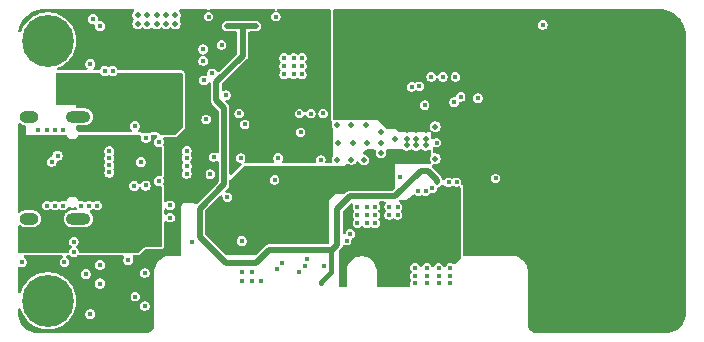
<source format=gbr>
%TF.GenerationSoftware,KiCad,Pcbnew,9.0.7*%
%TF.CreationDate,2026-02-28T14:03:02+01:00*%
%TF.ProjectId,PDNode-PDCard-4242,50444e6f-6465-42d5-9044-436172642d34,rev?*%
%TF.SameCoordinates,Original*%
%TF.FileFunction,Copper,L4,Inr*%
%TF.FilePolarity,Positive*%
%FSLAX46Y46*%
G04 Gerber Fmt 4.6, Leading zero omitted, Abs format (unit mm)*
G04 Created by KiCad (PCBNEW 9.0.7) date 2026-02-28 14:03:02*
%MOMM*%
%LPD*%
G01*
G04 APERTURE LIST*
%TA.AperFunction,HeatsinkPad*%
%ADD10O,2.100000X1.000000*%
%TD*%
%TA.AperFunction,HeatsinkPad*%
%ADD11O,1.600000X1.000000*%
%TD*%
%TA.AperFunction,ComponentPad*%
%ADD12C,0.700000*%
%TD*%
%TA.AperFunction,ComponentPad*%
%ADD13C,4.400000*%
%TD*%
%TA.AperFunction,ViaPad*%
%ADD14C,0.400000*%
%TD*%
%TA.AperFunction,ViaPad*%
%ADD15C,0.450000*%
%TD*%
%TA.AperFunction,ViaPad*%
%ADD16C,0.500000*%
%TD*%
%TA.AperFunction,Conductor*%
%ADD17C,0.400000*%
%TD*%
%TA.AperFunction,Conductor*%
%ADD18C,0.500000*%
%TD*%
%TA.AperFunction,Conductor*%
%ADD19C,0.174000*%
%TD*%
G04 APERTURE END LIST*
D10*
%TO.N,SHIELD*%
%TO.C,J1*%
X2180000Y20520000D03*
D11*
X-2000000Y20520000D03*
D10*
X2180000Y11880000D03*
D11*
X-2000000Y11880000D03*
%TD*%
D12*
%TO.N,GND*%
%TO.C,H1*%
X-2055000Y4950000D03*
X-1571726Y6116726D03*
X-1571726Y3783274D03*
X-405000Y6600000D03*
D13*
X-405000Y4950000D03*
D12*
X-405000Y3300000D03*
X761726Y6116726D03*
X761726Y3783274D03*
X1245000Y4950000D03*
%TD*%
%TO.N,GND*%
%TO.C,H2*%
X-2055000Y26950000D03*
X-1571726Y28116726D03*
X-1571726Y25783274D03*
X-405000Y28600000D03*
D13*
X-405000Y26950000D03*
D12*
X-405000Y25300000D03*
X761726Y28116726D03*
X761726Y25783274D03*
X1245000Y26950000D03*
%TD*%
D14*
%TO.N,GND*%
X9950000Y11975000D03*
X9950000Y13025000D03*
D15*
%TO.N,Net-(D2-Pad2)*%
X3400000Y28800000D03*
D14*
%TO.N,+3.3V*%
X20900000Y20100000D03*
D16*
%TO.N,GND*%
X8800000Y28400000D03*
%TO.N,GND_USB*%
X8800000Y23100000D03*
D14*
%TO.N,+3.3V*%
X20900000Y21800000D03*
D16*
%TO.N,+24V_FILTERED*%
X25400000Y25200000D03*
X24200000Y25200000D03*
X24200000Y23600000D03*
D14*
%TO.N,GND*%
X21100000Y24800000D03*
X21100000Y24100000D03*
X13500000Y24200000D03*
X14300000Y26600000D03*
D16*
X25300000Y19800000D03*
%TO.N,+24V_FILTERED*%
X25400000Y21000000D03*
D14*
X36939330Y13545640D03*
X36939330Y9645640D03*
X36039330Y10495640D03*
D16*
X27800000Y22200000D03*
X25400000Y23600000D03*
X36800000Y27800000D03*
D14*
X36039330Y11245640D03*
D16*
X27800000Y25200000D03*
X38000000Y26600000D03*
D14*
X36939330Y11245640D03*
D16*
X26600000Y21000000D03*
X36800000Y25400000D03*
X29200000Y22200000D03*
X29000000Y26600000D03*
X27800000Y26600000D03*
D14*
X36039330Y9645640D03*
D16*
X29975000Y19400000D03*
D14*
X36939330Y12795640D03*
D16*
X30775000Y19400000D03*
X31575000Y19400000D03*
X25400000Y26600000D03*
D14*
X36039330Y13545640D03*
X36939330Y11995640D03*
D16*
X38000000Y25400000D03*
X24200000Y21000000D03*
X24200000Y26600000D03*
X29200000Y23600000D03*
X39200000Y27800000D03*
X26600000Y25200000D03*
X38000000Y27800000D03*
D14*
X36039330Y12795640D03*
D16*
X25400000Y22200000D03*
X39200000Y25400000D03*
X29000000Y25200000D03*
X26600000Y22200000D03*
X24200000Y22200000D03*
X26600000Y23600000D03*
X27800000Y23600000D03*
X29200000Y21000000D03*
X39200000Y26600000D03*
X27800000Y21000000D03*
X26600000Y26600000D03*
D14*
X36939330Y10495640D03*
D16*
X36800000Y26600000D03*
D14*
X36039330Y11995640D03*
D16*
X28474507Y19736811D03*
D14*
%TO.N,GND*%
X19600000Y25500000D03*
X18900000Y29000000D03*
D16*
X26350000Y16851000D03*
D14*
X20400000Y24800000D03*
X7800000Y4500000D03*
X11800000Y9950000D03*
X27300000Y12900000D03*
D16*
X10400000Y29100000D03*
D14*
X30671455Y6401869D03*
D16*
X7200000Y28400000D03*
D14*
X34000000Y21750000D03*
X16000000Y6600000D03*
X27300000Y12200000D03*
D16*
X7200000Y29100000D03*
X8800000Y29100000D03*
D14*
X20900000Y20800000D03*
D15*
X4400000Y24400000D03*
D14*
X27300000Y11500000D03*
D16*
X27798351Y17464383D03*
D14*
X31671455Y6401869D03*
X33050000Y23900000D03*
D16*
X25300000Y16900000D03*
X10400000Y28400000D03*
D14*
X25800000Y12200000D03*
X29200000Y12900000D03*
X20400000Y25500000D03*
X32050000Y23900000D03*
X13200000Y29000000D03*
X19600000Y24100000D03*
D15*
X4800000Y15800000D03*
X9000000Y18380000D03*
D16*
X29975000Y18100000D03*
D14*
X29200000Y12200000D03*
X32671455Y6401869D03*
X34100000Y23900000D03*
D16*
X8000000Y28400000D03*
X25398351Y18332062D03*
D14*
X33671455Y7751869D03*
D16*
X32400000Y16975000D03*
X31575000Y18600000D03*
X29000000Y18600000D03*
D14*
X21000000Y19200000D03*
X20400000Y24100000D03*
D15*
X5076587Y24409366D03*
D16*
X30775000Y18600000D03*
D14*
X37500000Y15300000D03*
D15*
X2800000Y7200000D03*
X7450000Y16700000D03*
D14*
X28500000Y12900000D03*
X17675000Y6600000D03*
X31671455Y7051869D03*
D15*
X7880000Y14700000D03*
D16*
X31575000Y18100000D03*
X9600000Y29100000D03*
D14*
X26600000Y12200000D03*
D16*
X27798351Y18332062D03*
D15*
X7900000Y18750000D03*
D14*
X33671455Y6401869D03*
D15*
X9000000Y15070000D03*
D14*
X19600000Y24800000D03*
X14800000Y13700000D03*
X15800000Y20800000D03*
D16*
X26598351Y18332062D03*
D14*
X-2600000Y8200000D03*
X32671455Y7751869D03*
D16*
X9600000Y28400000D03*
X8000000Y29100000D03*
D15*
X3200000Y25000000D03*
D14*
X26600000Y11500000D03*
X25800000Y11500000D03*
D15*
X6400000Y8400000D03*
X4000000Y8000000D03*
D14*
X28500000Y12200000D03*
X16850000Y7400000D03*
D16*
X24198351Y18332062D03*
D14*
X30671455Y7051869D03*
X21100000Y25500000D03*
D16*
X26500000Y19800000D03*
D14*
X30671455Y7751869D03*
D15*
X4800000Y17588000D03*
X11350000Y17650000D03*
D14*
X13000000Y20300000D03*
X16850000Y6600000D03*
X7000000Y5300000D03*
X36000000Y22100000D03*
X31671455Y7751869D03*
D16*
X24100000Y19800000D03*
X24100000Y16900000D03*
D15*
X11350000Y15700000D03*
D16*
X30775000Y18100000D03*
X29975000Y18600000D03*
X32400000Y19675000D03*
D15*
X4000000Y6400000D03*
D14*
X16000000Y7350000D03*
X13627977Y17111882D03*
X32671455Y7051869D03*
D16*
X27800000Y19200000D03*
D14*
X26600000Y12900000D03*
X25800000Y12900000D03*
X33671455Y7051869D03*
D16*
%TO.N,/Project Architecture/USB-PD Source Controller/PD_OUT*%
X23000000Y14500000D03*
X21600000Y14500000D03*
X28484363Y16874240D03*
X14000000Y10200000D03*
X20400000Y10400000D03*
X26600000Y14800000D03*
X31575000Y17350000D03*
X14000000Y11800000D03*
X23000000Y11750000D03*
X23000000Y10400000D03*
X21600000Y10400000D03*
X27400000Y15801000D03*
X25400000Y14800000D03*
X26600000Y15800000D03*
X24200000Y15800000D03*
X28600000Y14800000D03*
X30775000Y17350000D03*
X19200000Y10400000D03*
X20400000Y11750000D03*
X27600000Y14800000D03*
X14700000Y11000000D03*
X29975000Y17350000D03*
X19200000Y13150000D03*
X20400000Y13150000D03*
X14000000Y11000000D03*
X25400000Y15800000D03*
X21600000Y13150000D03*
X21600000Y11750000D03*
X19200000Y11750000D03*
X14700000Y10200000D03*
X23000000Y13150000D03*
X20400000Y14500000D03*
X24200000Y14800000D03*
X19200000Y14500000D03*
X14700000Y11800000D03*
D14*
%TO.N,/Project Architecture/USB-PD Source Controller/VDRV*%
X41500000Y28300000D03*
X34550000Y22200000D03*
%TO.N,+5V*%
X16100000Y28200000D03*
X14800000Y28200000D03*
X32508538Y14997753D03*
X17200000Y28200000D03*
X22700000Y6450000D03*
X14650000Y8150000D03*
D15*
%TO.N,PGOOD_3V3*%
X3200000Y3800000D03*
X16000000Y10000000D03*
D14*
%TO.N,+3.3V*%
X17600000Y23700000D03*
D15*
X3462039Y27737961D03*
D14*
X13000000Y19300000D03*
X13000000Y21300000D03*
X17600000Y24700000D03*
D15*
X5600000Y7400000D03*
D14*
%TO.N,/Project Architecture/USB-PD Source Controller/PD_CC2*%
X13350000Y15664999D03*
X29450000Y15450000D03*
X18800000Y15175000D03*
D15*
%TO.N,/Project Architecture/USB-PD Source Controller/USB_D+*%
X-76703Y16720739D03*
X11350000Y16350000D03*
X4796772Y16400000D03*
D14*
X30973574Y14199000D03*
D15*
%TO.N,/Project Architecture/USB-PD Source Controller/USB_D-*%
X11350000Y17050000D03*
D14*
X31575000Y14200000D03*
D15*
X415893Y17233338D03*
X4796772Y17000000D03*
D14*
%TO.N,/Project Architecture/USB-PD Source Controller/PD_CC1*%
X32161688Y14448030D03*
X22700000Y16850000D03*
X15925000Y17025000D03*
X19091054Y17033946D03*
%TO.N,/Project Architecture/USB-PD Source Controller/I2C_SDA*%
X25200000Y10600000D03*
X33521446Y14971446D03*
X19000000Y7650000D03*
X14681389Y22342319D03*
D15*
%TO.N,/Project Architecture/USB-PD Source Controller/PD_ENABLE*%
X12800000Y23600000D03*
D14*
X21350000Y7900000D03*
X32503707Y18333632D03*
X21859898Y20782909D03*
%TO.N,/Project Architecture/USB-PD Source Controller/PD_ATTACH*%
X31500000Y21500000D03*
X22900000Y20800000D03*
X21550000Y8500000D03*
D16*
%TO.N,GND_USB*%
X10400000Y22400000D03*
X8800000Y22400000D03*
D14*
X887500Y13000000D03*
X-1200000Y19400000D03*
D16*
X1654826Y23093833D03*
X8000000Y23100000D03*
D14*
X200000Y19400000D03*
X3787500Y13000000D03*
D16*
X7200000Y23100000D03*
X854826Y23093833D03*
X10400000Y23100000D03*
D14*
X2400000Y19400000D03*
X3087500Y13000000D03*
X2387500Y13000000D03*
D16*
X8000000Y22400000D03*
D14*
X-500000Y19400000D03*
D16*
X1654826Y22393833D03*
X7200000Y22400000D03*
D14*
X-512500Y13000000D03*
X1800000Y9942500D03*
X1800000Y9057500D03*
D16*
X9600000Y22400000D03*
D14*
X3100000Y19400000D03*
X3800000Y19400000D03*
X187500Y13000000D03*
D16*
X854826Y22393833D03*
D14*
X900000Y19400000D03*
D16*
X9600000Y23100000D03*
D14*
%TO.N,/Project Architecture/USB-PD Source Controller/VBUS*%
X1487500Y13986000D03*
X2399219Y13797973D03*
X-512500Y13797973D03*
D16*
X8746957Y10198351D03*
D14*
X5000000Y18600000D03*
X3100000Y18600000D03*
X-500000Y18600000D03*
X2400000Y18600000D03*
X4999219Y13797973D03*
D16*
X8746957Y11798351D03*
D14*
X4399219Y13797973D03*
X3800000Y18600000D03*
X187500Y13797973D03*
X-1212500Y13797973D03*
X787246Y13986000D03*
X876308Y18414000D03*
D16*
X8046957Y10998351D03*
X8046957Y10198351D03*
D14*
X200000Y18600000D03*
D16*
X8746957Y10998351D03*
X8046957Y11798351D03*
D14*
X3099219Y13797973D03*
X1700000Y18414000D03*
X3799219Y13797973D03*
X-1200000Y18600000D03*
X4400000Y18600000D03*
D15*
%TO.N,/Project Architecture/USB-PD Source Controller/CC1*%
X6950000Y19750000D03*
%TO.N,/Project Architecture/USB-PD Source Controller/CC2*%
X6890000Y14670000D03*
D14*
%TO.N,/Project Architecture/Board Connector and Supplies/VBUS_VMON_PORT0*%
X22950000Y7850000D03*
X7800000Y7290000D03*
%TO.N,+24V*%
X28677175Y7599997D03*
X33550000Y10500000D03*
X28675703Y9030818D03*
X32650000Y10500000D03*
X29674231Y9036639D03*
X30800000Y12950000D03*
X33550000Y9650000D03*
X27674297Y8269182D03*
X28675000Y8275000D03*
X27675769Y6838361D03*
X33550000Y12800000D03*
X32650000Y11250000D03*
X27676472Y7594179D03*
X32650000Y12800000D03*
X32650000Y9650000D03*
X24675000Y7550000D03*
X29675703Y7605818D03*
X27675000Y9025000D03*
X30800000Y12250000D03*
X28676472Y6844179D03*
X24675000Y8225000D03*
X29673528Y8280821D03*
X24675000Y6850000D03*
X29675000Y6850000D03*
X33550000Y12000000D03*
X32650000Y12000000D03*
X33550000Y11250000D03*
%TO.N,/Project Architecture/Board Connector and Supplies/PORT_EN*%
X1000000Y8200000D03*
D15*
X4000000Y28200000D03*
D14*
X20850000Y7350000D03*
%TO.N,/Project Architecture/USB-PD Source Controller/ISEN+*%
X12750000Y25250000D03*
X30400000Y23050000D03*
%TO.N,/Project Architecture/USB-PD Source Controller/ISEN-*%
X12750000Y26250000D03*
X31050000Y23100000D03*
%TO.N,/Project Architecture/USB-PD Source Controller/I2C_SCL*%
X24900000Y10037639D03*
X34200000Y15000000D03*
X19400000Y8150000D03*
X16262500Y19875000D03*
%TD*%
D17*
%TO.N,+5V*%
X23050000Y6850000D02*
X23600000Y7400000D01*
D18*
X31150000Y15950000D02*
X31750000Y15950000D01*
X14800000Y28200000D02*
X17200000Y28200000D01*
X14500000Y21250000D02*
X13850000Y21900000D01*
X12450000Y10350000D02*
X12450000Y12750000D01*
D17*
X22700000Y6500000D02*
X23050000Y6850000D01*
D18*
X13850000Y23450000D02*
X16100000Y25700000D01*
D17*
X23600000Y7400000D02*
X23600000Y9250000D01*
D18*
X14650000Y8150000D02*
X12450000Y10350000D01*
X17200000Y8150000D02*
X18300000Y9250000D01*
X23650000Y9250000D02*
X24100000Y9700000D01*
X23000000Y9250000D02*
X23650000Y9250000D01*
X14500000Y14800000D02*
X14500000Y21250000D01*
X24100000Y12700000D02*
X25200000Y13800000D01*
X23000000Y9250000D02*
X23600000Y9250000D01*
X24100000Y9700000D02*
X24100000Y12700000D01*
X18300000Y9250000D02*
X23000000Y9250000D01*
X31750000Y15950000D02*
X32508538Y15191462D01*
X12450000Y12750000D02*
X14500000Y14800000D01*
X16100000Y25700000D02*
X16100000Y28200000D01*
X25200000Y13800000D02*
X29000000Y13800000D01*
X14650000Y8150000D02*
X17200000Y8150000D01*
X29000000Y13800000D02*
X31150000Y15950000D01*
X32508538Y15191462D02*
X32508538Y14997753D01*
X13850000Y21900000D02*
X13850000Y23450000D01*
D17*
X22700000Y6450000D02*
X22700000Y6500000D01*
D19*
%TO.N,+3.3V*%
X7925492Y9200000D02*
X10000000Y9200000D01*
X5600000Y7400000D02*
X6125492Y7400000D01*
X11100000Y19300000D02*
X13000000Y19300000D01*
X10000000Y9200000D02*
X10600000Y9800000D01*
X10600000Y18800000D02*
X11100000Y19300000D01*
X6125492Y7400000D02*
X7925492Y9200000D01*
X10600000Y9800000D02*
X10600000Y18800000D01*
%TD*%
%TA.AperFunction,Conductor*%
%TO.N,/Project Architecture/USB-PD Source Controller/VBUS*%
G36*
X-2754588Y19975382D02*
G01*
X-2753649Y19976785D01*
X-2633324Y19896387D01*
X-2505267Y19843345D01*
X-2505262Y19843343D01*
X-2369308Y19816300D01*
X-2369303Y19816300D01*
X-2363248Y19815703D01*
X-2363494Y19813215D01*
X-2306961Y19796615D01*
X-2261206Y19743811D01*
X-2250000Y19692300D01*
X-2250000Y19000000D01*
X-1266957Y19000000D01*
X-1253148Y18996300D01*
X-1146852Y18996300D01*
X-1133043Y19000000D01*
X-583280Y19000000D01*
X-561237Y18997099D01*
X-561202Y18997361D01*
X-553151Y18996301D01*
X-553148Y18996300D01*
X-553145Y18996300D01*
X-446855Y18996300D01*
X-446852Y18996300D01*
X-446850Y18996301D01*
X-438798Y18997361D01*
X-438764Y18997099D01*
X-416720Y19000000D01*
X133043Y19000000D01*
X146852Y18996300D01*
X253148Y18996300D01*
X266957Y19000000D01*
X816720Y19000000D01*
X838763Y18997099D01*
X838798Y18997361D01*
X846849Y18996301D01*
X846852Y18996300D01*
X846855Y18996300D01*
X953145Y18996300D01*
X953148Y18996300D01*
X953150Y18996301D01*
X961202Y18997361D01*
X961236Y18997099D01*
X983280Y19000000D01*
X1116694Y19000000D01*
X1183733Y18980315D01*
X1229488Y18927511D01*
X1236468Y18908095D01*
X1236905Y18906464D01*
X1299505Y18798036D01*
X1388036Y18709505D01*
X1496464Y18646905D01*
X1617399Y18614500D01*
X1617401Y18614500D01*
X1742599Y18614500D01*
X1742601Y18614500D01*
X1863536Y18646905D01*
X1971964Y18709505D01*
X2060495Y18798036D01*
X2123095Y18906464D01*
X2123531Y18908093D01*
X2124273Y18909311D01*
X2126204Y18913971D01*
X2126930Y18913670D01*
X2138023Y18931870D01*
X2149593Y18957203D01*
X2155957Y18961294D01*
X2159895Y18967753D01*
X2184944Y18979922D01*
X2208371Y18994977D01*
X2219115Y18996522D01*
X2222741Y18998283D01*
X2243306Y19000000D01*
X2316720Y19000000D01*
X2338763Y18997099D01*
X2338798Y18997361D01*
X2346849Y18996301D01*
X2346852Y18996300D01*
X2346855Y18996300D01*
X2453145Y18996300D01*
X2453148Y18996300D01*
X2453150Y18996301D01*
X2461202Y18997361D01*
X2461236Y18997099D01*
X2483280Y19000000D01*
X3033043Y19000000D01*
X3046852Y18996300D01*
X3153148Y18996300D01*
X3166957Y19000000D01*
X3716720Y19000000D01*
X3738763Y18997099D01*
X3738798Y18997361D01*
X3746849Y18996301D01*
X3746852Y18996300D01*
X3746855Y18996300D01*
X3853145Y18996300D01*
X3853148Y18996300D01*
X3853150Y18996301D01*
X3861202Y18997361D01*
X3861236Y18997099D01*
X3883280Y19000000D01*
X7361565Y19000000D01*
X7428604Y18980315D01*
X7474359Y18927511D01*
X7484303Y18858353D01*
X7481342Y18843920D01*
X7471300Y18806439D01*
X7471300Y18806437D01*
X7471300Y18693562D01*
X7500515Y18584527D01*
X7523063Y18545474D01*
X7556955Y18486772D01*
X7636772Y18406955D01*
X7734528Y18350515D01*
X7843561Y18321300D01*
X7843563Y18321300D01*
X7956437Y18321300D01*
X7956439Y18321300D01*
X8065472Y18350515D01*
X8163228Y18406955D01*
X8243045Y18486772D01*
X8299485Y18584528D01*
X8328700Y18693561D01*
X8328700Y18806439D01*
X8318660Y18843909D01*
X8320323Y18913756D01*
X8359485Y18971619D01*
X8423714Y18999123D01*
X8438435Y19000000D01*
X8753697Y19000000D01*
X8820736Y18980315D01*
X8866491Y18927511D01*
X8876435Y18858353D01*
X8847410Y18794797D01*
X8815699Y18768615D01*
X8736772Y18723045D01*
X8736769Y18723043D01*
X8656957Y18643231D01*
X8656955Y18643228D01*
X8600515Y18545474D01*
X8571300Y18436439D01*
X8571300Y18323562D01*
X8600515Y18214527D01*
X8628735Y18165650D01*
X8656955Y18116772D01*
X8736772Y18036955D01*
X8834528Y17980515D01*
X8943561Y17951300D01*
X8943563Y17951300D01*
X9056436Y17951300D01*
X9056439Y17951300D01*
X9093908Y17961340D01*
X9163756Y17959677D01*
X9221619Y17920515D01*
X9249123Y17856286D01*
X9250000Y17841565D01*
X9250000Y15608436D01*
X9230315Y15541397D01*
X9177511Y15495642D01*
X9108353Y15485698D01*
X9093909Y15488661D01*
X9056443Y15498700D01*
X9056439Y15498700D01*
X8943561Y15498700D01*
X8834526Y15469485D01*
X8736772Y15413045D01*
X8736769Y15413043D01*
X8656957Y15333231D01*
X8656955Y15333228D01*
X8600515Y15235474D01*
X8571906Y15128700D01*
X8571300Y15126439D01*
X8571300Y15013561D01*
X8571439Y15013043D01*
X8600515Y14904527D01*
X8619852Y14871035D01*
X8656955Y14806772D01*
X8736772Y14726955D01*
X8834528Y14670515D01*
X8943561Y14641300D01*
X8943563Y14641300D01*
X9056436Y14641300D01*
X9056439Y14641300D01*
X9093908Y14651340D01*
X9163756Y14649677D01*
X9221619Y14610515D01*
X9249123Y14546286D01*
X9250000Y14531565D01*
X9250000Y9614700D01*
X9230315Y9547661D01*
X9177511Y9501906D01*
X9126000Y9490700D01*
X7963763Y9490700D01*
X7887220Y9490700D01*
X7837930Y9477493D01*
X7813285Y9470889D01*
X7746999Y9432619D01*
X7746996Y9432617D01*
X7350699Y9036319D01*
X7289376Y9002834D01*
X7263018Y9000000D01*
X2327012Y9000000D01*
X2259973Y9019685D01*
X2214218Y9072489D01*
X2204073Y9107813D01*
X2203700Y9110641D01*
X2203700Y9110648D01*
X2176189Y9213323D01*
X2123041Y9305378D01*
X2047878Y9380541D01*
X2026967Y9392614D01*
X1978753Y9443179D01*
X1965529Y9511786D01*
X1991497Y9576651D01*
X2026966Y9607386D01*
X2047878Y9619459D01*
X2123041Y9694622D01*
X2176189Y9786677D01*
X2203700Y9889352D01*
X2203700Y9995648D01*
X2176189Y10098323D01*
X2123041Y10190378D01*
X2047878Y10265541D01*
X1955823Y10318689D01*
X1853148Y10346200D01*
X1746852Y10346200D01*
X1644177Y10318689D01*
X1644175Y10318688D01*
X1644174Y10318688D01*
X1552125Y10265543D01*
X1552119Y10265539D01*
X1476961Y10190381D01*
X1476957Y10190375D01*
X1423812Y10098326D01*
X1423812Y10098325D01*
X1423811Y10098323D01*
X1396300Y9995648D01*
X1396300Y9889352D01*
X1423811Y9786677D01*
X1476959Y9694622D01*
X1552122Y9619459D01*
X1573032Y9607387D01*
X1621247Y9556819D01*
X1634469Y9488212D01*
X1608501Y9423348D01*
X1573033Y9392615D01*
X1573030Y9392612D01*
X1552122Y9380541D01*
X1552119Y9380539D01*
X1476961Y9305381D01*
X1476957Y9305375D01*
X1423812Y9213326D01*
X1423812Y9213325D01*
X1396300Y9110648D01*
X1395927Y9107813D01*
X1394947Y9105600D01*
X1394197Y9102798D01*
X1393760Y9102916D01*
X1367659Y9043917D01*
X1309334Y9005446D01*
X1272988Y9000000D01*
X-2825500Y9000000D01*
X-2892539Y9019685D01*
X-2938294Y9072489D01*
X-2949500Y9124000D01*
X-2949500Y11236112D01*
X-2929815Y11303151D01*
X-2877011Y11348906D01*
X-2807853Y11358850D01*
X-2754588Y11335382D01*
X-2753649Y11336785D01*
X-2633324Y11256387D01*
X-2505267Y11203345D01*
X-2505262Y11203343D01*
X-2369313Y11176301D01*
X-2369310Y11176300D01*
X-2369308Y11176300D01*
X-1630690Y11176300D01*
X-1630689Y11176301D01*
X-1494738Y11203343D01*
X-1415626Y11236112D01*
X-1366677Y11256387D01*
X-1366676Y11256388D01*
X-1366673Y11256389D01*
X-1251417Y11333400D01*
X-1153400Y11431417D01*
X-1076389Y11546673D01*
X-1023343Y11674738D01*
X-996300Y11810692D01*
X-996300Y11949308D01*
X-996300Y11949311D01*
X-996301Y11949313D01*
X-1023342Y12085255D01*
X-1023343Y12085262D01*
X-1050500Y12150826D01*
X-1076387Y12213324D01*
X-1153402Y12328586D01*
X-1251415Y12426599D01*
X-1366677Y12503614D01*
X-1494734Y12556656D01*
X-1494746Y12556659D01*
X-1630689Y12583700D01*
X-1630692Y12583700D01*
X-2369308Y12583700D01*
X-2369311Y12583700D01*
X-2505255Y12556659D01*
X-2505267Y12556656D01*
X-2633324Y12503614D01*
X-2753649Y12423215D01*
X-2754649Y12424712D01*
X-2811171Y12400720D01*
X-2880036Y12412525D01*
X-2931586Y12459688D01*
X-2949500Y12523889D01*
X-2949500Y13053148D01*
X-916200Y13053148D01*
X-916200Y12946852D01*
X-888689Y12844177D01*
X-835541Y12752122D01*
X-760378Y12676959D01*
X-668323Y12623811D01*
X-565648Y12596300D01*
X-565646Y12596300D01*
X-459354Y12596300D01*
X-459352Y12596300D01*
X-356677Y12623811D01*
X-264622Y12676959D01*
X-250181Y12691400D01*
X-188858Y12724885D01*
X-119166Y12719901D01*
X-74819Y12691400D01*
X-60378Y12676959D01*
X31677Y12623811D01*
X134352Y12596300D01*
X134354Y12596300D01*
X240646Y12596300D01*
X240648Y12596300D01*
X343323Y12623811D01*
X435378Y12676959D01*
X449819Y12691400D01*
X511142Y12724885D01*
X580834Y12719901D01*
X625181Y12691400D01*
X639622Y12676959D01*
X731677Y12623811D01*
X834352Y12596300D01*
X834354Y12596300D01*
X940646Y12596300D01*
X940648Y12596300D01*
X1043323Y12623811D01*
X1135378Y12676959D01*
X1210541Y12752122D01*
X1263689Y12844177D01*
X1263689Y12844178D01*
X1267753Y12851216D01*
X1269878Y12849989D01*
X1305922Y12894733D01*
X1372212Y12916810D01*
X1438658Y12900279D01*
X1496464Y12866905D01*
X1617399Y12834500D01*
X1617401Y12834500D01*
X1742599Y12834500D01*
X1742601Y12834500D01*
X1863536Y12866905D01*
X1863539Y12866908D01*
X1871046Y12870016D01*
X1872344Y12866881D01*
X1924905Y12879691D01*
X1990957Y12856910D01*
X2026525Y12817825D01*
X2054310Y12769700D01*
X2070783Y12701800D01*
X2047930Y12635773D01*
X1993009Y12592582D01*
X1946923Y12583700D01*
X1560689Y12583700D01*
X1424745Y12556659D01*
X1424733Y12556656D01*
X1312854Y12510315D01*
X1312847Y12510311D01*
X1296673Y12503611D01*
X1181417Y12426600D01*
X1166469Y12411653D01*
X1166463Y12411648D01*
X1083400Y12328584D01*
X1006386Y12213324D01*
X953344Y12085267D01*
X953341Y12085255D01*
X926300Y11949313D01*
X926300Y11810688D01*
X953341Y11674746D01*
X953344Y11674734D01*
X1006386Y11546677D01*
X1083401Y11431415D01*
X1181414Y11333402D01*
X1296676Y11256387D01*
X1424733Y11203345D01*
X1424738Y11203343D01*
X1560687Y11176301D01*
X1560690Y11176300D01*
X1560692Y11176300D01*
X2799310Y11176300D01*
X2799311Y11176301D01*
X2935262Y11203343D01*
X3014374Y11236112D01*
X3063323Y11256387D01*
X3063324Y11256388D01*
X3063327Y11256389D01*
X3178583Y11333400D01*
X3276600Y11431417D01*
X3353611Y11546673D01*
X3406657Y11674738D01*
X3433700Y11810692D01*
X3433700Y11949308D01*
X3433700Y11949311D01*
X3433699Y11949313D01*
X3406658Y12085255D01*
X3406657Y12085262D01*
X3379500Y12150826D01*
X3353613Y12213324D01*
X3276598Y12328586D01*
X3188597Y12416587D01*
X3155112Y12477910D01*
X3160096Y12547602D01*
X3201968Y12603535D01*
X3211177Y12609804D01*
X3226635Y12619340D01*
X3243323Y12623811D01*
X3335378Y12676959D01*
X3360066Y12701648D01*
X3372399Y12709255D01*
X3392684Y12714807D01*
X3411142Y12724885D01*
X3425706Y12723844D01*
X3439791Y12727698D01*
X3459856Y12721402D01*
X3480834Y12719901D01*
X3496289Y12709969D01*
X3506455Y12706778D01*
X3512474Y12699567D01*
X3525181Y12691400D01*
X3539622Y12676959D01*
X3631677Y12623811D01*
X3734352Y12596300D01*
X3734354Y12596300D01*
X3840646Y12596300D01*
X3840648Y12596300D01*
X3943323Y12623811D01*
X4035378Y12676959D01*
X4110541Y12752122D01*
X4163689Y12844177D01*
X4191200Y12946852D01*
X4191200Y13053148D01*
X4163689Y13155823D01*
X4110541Y13247878D01*
X4035378Y13323041D01*
X3969591Y13361023D01*
X3943325Y13376188D01*
X3943324Y13376189D01*
X3943323Y13376189D01*
X3840648Y13403700D01*
X3734352Y13403700D01*
X3631677Y13376189D01*
X3631675Y13376188D01*
X3631674Y13376188D01*
X3539625Y13323043D01*
X3539619Y13323039D01*
X3525181Y13308600D01*
X3463858Y13275115D01*
X3394166Y13280099D01*
X3349819Y13308600D01*
X3335380Y13323039D01*
X3335378Y13323041D01*
X3269591Y13361023D01*
X3243325Y13376188D01*
X3243324Y13376189D01*
X3243323Y13376189D01*
X3140648Y13403700D01*
X3034352Y13403700D01*
X2931677Y13376189D01*
X2931675Y13376188D01*
X2931674Y13376188D01*
X2839625Y13323043D01*
X2839619Y13323039D01*
X2825181Y13308600D01*
X2763858Y13275115D01*
X2694166Y13280099D01*
X2649819Y13308600D01*
X2635380Y13323039D01*
X2635378Y13323041D01*
X2569591Y13361023D01*
X2543325Y13376188D01*
X2543324Y13376189D01*
X2543323Y13376189D01*
X2440648Y13403700D01*
X2334352Y13403700D01*
X2301034Y13394773D01*
X2279477Y13388997D01*
X2209627Y13390662D01*
X2151765Y13429826D01*
X2127612Y13476678D01*
X2123095Y13493536D01*
X2060495Y13601964D01*
X1971964Y13690495D01*
X1863536Y13753095D01*
X1863537Y13753095D01*
X1823224Y13763897D01*
X1742601Y13785500D01*
X1617399Y13785500D01*
X1536775Y13763897D01*
X1496463Y13753095D01*
X1388037Y13690496D01*
X1388034Y13690494D01*
X1299506Y13601966D01*
X1299504Y13601963D01*
X1236905Y13493537D01*
X1236904Y13493534D01*
X1225563Y13451211D01*
X1189197Y13391551D01*
X1126349Y13361023D01*
X1056974Y13369320D01*
X1043789Y13375920D01*
X1043325Y13376188D01*
X1043324Y13376189D01*
X1043323Y13376189D01*
X940648Y13403700D01*
X834352Y13403700D01*
X731677Y13376189D01*
X731675Y13376188D01*
X731674Y13376188D01*
X639625Y13323043D01*
X639619Y13323039D01*
X625181Y13308600D01*
X563858Y13275115D01*
X494166Y13280099D01*
X449819Y13308600D01*
X435380Y13323039D01*
X435378Y13323041D01*
X369591Y13361023D01*
X343325Y13376188D01*
X343324Y13376189D01*
X343323Y13376189D01*
X240648Y13403700D01*
X134352Y13403700D01*
X31677Y13376189D01*
X31675Y13376188D01*
X31674Y13376188D01*
X-60375Y13323043D01*
X-60381Y13323039D01*
X-74819Y13308600D01*
X-136142Y13275115D01*
X-205834Y13280099D01*
X-250181Y13308600D01*
X-264620Y13323039D01*
X-264622Y13323041D01*
X-330409Y13361023D01*
X-356675Y13376188D01*
X-356676Y13376189D01*
X-356677Y13376189D01*
X-459352Y13403700D01*
X-565648Y13403700D01*
X-668323Y13376189D01*
X-668325Y13376188D01*
X-668326Y13376188D01*
X-760375Y13323043D01*
X-760381Y13323039D01*
X-835539Y13247881D01*
X-835543Y13247875D01*
X-888688Y13155826D01*
X-888688Y13155825D01*
X-888689Y13155823D01*
X-916200Y13053148D01*
X-2949500Y13053148D01*
X-2949500Y14726439D01*
X6461300Y14726439D01*
X6461300Y14613561D01*
X6475907Y14559045D01*
X6490515Y14504527D01*
X6518735Y14455650D01*
X6546955Y14406772D01*
X6626772Y14326955D01*
X6711428Y14278078D01*
X6723166Y14271301D01*
X6724528Y14270515D01*
X6833561Y14241300D01*
X6833563Y14241300D01*
X6946437Y14241300D01*
X6946439Y14241300D01*
X7055472Y14270515D01*
X7153228Y14326955D01*
X7233045Y14406772D01*
X7286273Y14498966D01*
X7336840Y14547181D01*
X7405447Y14560403D01*
X7470312Y14534435D01*
X7501046Y14498967D01*
X7536955Y14436772D01*
X7616772Y14356955D01*
X7714528Y14300515D01*
X7823561Y14271300D01*
X7823563Y14271300D01*
X7936437Y14271300D01*
X7936439Y14271300D01*
X8045472Y14300515D01*
X8143228Y14356955D01*
X8223045Y14436772D01*
X8279485Y14534528D01*
X8308700Y14643561D01*
X8308700Y14756439D01*
X8279485Y14865472D01*
X8223045Y14963228D01*
X8143228Y15043045D01*
X8094350Y15071265D01*
X8045473Y15099485D01*
X7990955Y15114093D01*
X7936439Y15128700D01*
X7823561Y15128700D01*
X7714526Y15099485D01*
X7616772Y15043045D01*
X7616769Y15043043D01*
X7536957Y14963231D01*
X7536953Y14963225D01*
X7483725Y14871034D01*
X7433157Y14822820D01*
X7364550Y14809598D01*
X7299686Y14835567D01*
X7268952Y14871035D01*
X7233045Y14933228D01*
X7153228Y15013045D01*
X7104350Y15041265D01*
X7055473Y15069485D01*
X7000955Y15084093D01*
X6946439Y15098700D01*
X6833561Y15098700D01*
X6724526Y15069485D01*
X6626772Y15013045D01*
X6626769Y15013043D01*
X6546957Y14933231D01*
X6546955Y14933228D01*
X6490515Y14835474D01*
X6483582Y14809598D01*
X6461300Y14726439D01*
X-2949500Y14726439D01*
X-2949500Y16777178D01*
X-505403Y16777178D01*
X-505403Y16664300D01*
X-499846Y16643562D01*
X-476188Y16555266D01*
X-464214Y16534527D01*
X-419748Y16457511D01*
X-339931Y16377694D01*
X-242175Y16321254D01*
X-133142Y16292039D01*
X-133140Y16292039D01*
X-20266Y16292039D01*
X-20264Y16292039D01*
X88769Y16321254D01*
X186525Y16377694D01*
X266342Y16457511D01*
X322782Y16555267D01*
X351997Y16664300D01*
X351997Y16680638D01*
X371682Y16747677D01*
X424486Y16793432D01*
X464462Y16802129D01*
X464272Y16803577D01*
X472323Y16804638D01*
X472332Y16804638D01*
X581365Y16833853D01*
X679121Y16890293D01*
X758938Y16970110D01*
X808781Y17056439D01*
X4368072Y17056439D01*
X4368072Y17042379D01*
X4368072Y16943562D01*
X4397287Y16834527D01*
X4439161Y16762001D01*
X4455634Y16694100D01*
X4439161Y16637999D01*
X4397287Y16565474D01*
X4368072Y16456439D01*
X4368072Y16343562D01*
X4397287Y16234527D01*
X4440775Y16159206D01*
X4457248Y16091306D01*
X4440775Y16035205D01*
X4400516Y15965476D01*
X4400516Y15965475D01*
X4371300Y15856439D01*
X4371300Y15743562D01*
X4400515Y15634527D01*
X4415579Y15608436D01*
X4456955Y15536772D01*
X4536772Y15456955D01*
X4634528Y15400515D01*
X4743561Y15371300D01*
X4743563Y15371300D01*
X4856437Y15371300D01*
X4856439Y15371300D01*
X4965472Y15400515D01*
X5063228Y15456955D01*
X5143045Y15536772D01*
X5199485Y15634528D01*
X5228700Y15743561D01*
X5228700Y15856439D01*
X5199485Y15965472D01*
X5155997Y16040795D01*
X5139523Y16108695D01*
X5155995Y16164795D01*
X5196257Y16234528D01*
X5225472Y16343561D01*
X5225472Y16456439D01*
X5196257Y16565472D01*
X5196256Y16565474D01*
X5196256Y16565475D01*
X5174677Y16602849D01*
X5154382Y16638001D01*
X5151552Y16649667D01*
X5144589Y16659445D01*
X5143467Y16682987D01*
X5137909Y16705898D01*
X5141752Y16718990D01*
X5141265Y16729235D01*
X5152155Y16756439D01*
X7021300Y16756439D01*
X7021300Y16643561D01*
X7022791Y16637998D01*
X7050515Y16534527D01*
X7078735Y16485650D01*
X7106955Y16436772D01*
X7186772Y16356955D01*
X7284528Y16300515D01*
X7393561Y16271300D01*
X7393563Y16271300D01*
X7506437Y16271300D01*
X7506439Y16271300D01*
X7615472Y16300515D01*
X7713228Y16356955D01*
X7793045Y16436772D01*
X7849485Y16534528D01*
X7878700Y16643561D01*
X7878700Y16756439D01*
X7849485Y16865472D01*
X7793045Y16963228D01*
X7713228Y17043045D01*
X7664350Y17071265D01*
X7615473Y17099485D01*
X7538072Y17120224D01*
X7506439Y17128700D01*
X7393561Y17128700D01*
X7284526Y17099485D01*
X7186772Y17043045D01*
X7186769Y17043043D01*
X7106957Y16963231D01*
X7106955Y16963228D01*
X7050515Y16865474D01*
X7034215Y16804639D01*
X7021300Y16756439D01*
X5152155Y16756439D01*
X5154379Y16761995D01*
X5196257Y16834528D01*
X5225472Y16943561D01*
X5225472Y17056439D01*
X5196257Y17165472D01*
X5196256Y17165473D01*
X5196256Y17165475D01*
X5172627Y17206400D01*
X5159460Y17229205D01*
X5142987Y17297103D01*
X5159459Y17353204D01*
X5199485Y17422528D01*
X5228700Y17531561D01*
X5228700Y17644439D01*
X5199485Y17753472D01*
X5143045Y17851228D01*
X5063228Y17931045D01*
X5010756Y17961340D01*
X4965473Y17987485D01*
X4910955Y18002093D01*
X4856439Y18016700D01*
X4743561Y18016700D01*
X4634526Y17987485D01*
X4536772Y17931045D01*
X4536769Y17931043D01*
X4456957Y17851231D01*
X4456955Y17851228D01*
X4400515Y17753474D01*
X4376016Y17662038D01*
X4371300Y17644439D01*
X4371300Y17531561D01*
X4400515Y17422528D01*
X4437311Y17358796D01*
X4437628Y17357488D01*
X4438584Y17356538D01*
X4445837Y17323652D01*
X4453784Y17290897D01*
X4453371Y17289493D01*
X4453633Y17288308D01*
X4446231Y17253799D01*
X4442577Y17243918D01*
X4397287Y17165472D01*
X4368072Y17056439D01*
X808781Y17056439D01*
X815378Y17067866D01*
X844593Y17176899D01*
X844593Y17289777D01*
X815378Y17398810D01*
X758938Y17496566D01*
X679121Y17576383D01*
X630243Y17604603D01*
X581366Y17632823D01*
X526848Y17647431D01*
X472332Y17662038D01*
X359454Y17662038D01*
X250419Y17632823D01*
X152665Y17576383D01*
X152662Y17576381D01*
X72850Y17496569D01*
X72848Y17496566D01*
X16408Y17398812D01*
X-12807Y17289777D01*
X-12807Y17273439D01*
X-32492Y17206400D01*
X-85296Y17160645D01*
X-125273Y17151949D01*
X-125082Y17150500D01*
X-133142Y17149439D01*
X-242177Y17120224D01*
X-339931Y17063784D01*
X-339934Y17063782D01*
X-419746Y16983970D01*
X-419748Y16983967D01*
X-476188Y16886213D01*
X-501048Y16793432D01*
X-505403Y16777178D01*
X-2949500Y16777178D01*
X-2949500Y19876112D01*
X-2929815Y19943151D01*
X-2877011Y19988906D01*
X-2807853Y19998850D01*
X-2754588Y19975382D01*
G37*
%TD.AperFunction*%
%TD*%
%TA.AperFunction,Conductor*%
%TO.N,GND_USB*%
G36*
X3987030Y24230315D02*
G01*
X4027377Y24188002D01*
X4056955Y24136772D01*
X4136772Y24056955D01*
X4234528Y24000515D01*
X4343561Y23971300D01*
X4343563Y23971300D01*
X4456437Y23971300D01*
X4456439Y23971300D01*
X4565472Y24000515D01*
X4663228Y24056955D01*
X4663236Y24056964D01*
X4668917Y24061321D01*
X4734086Y24086518D01*
X4802531Y24072482D01*
X4806408Y24070335D01*
X4813357Y24066323D01*
X4813359Y24066321D01*
X4911115Y24009881D01*
X5020148Y23980666D01*
X5020150Y23980666D01*
X5133024Y23980666D01*
X5133026Y23980666D01*
X5242059Y24009881D01*
X5339815Y24066321D01*
X5419632Y24146138D01*
X5443801Y24188001D01*
X5494368Y24236216D01*
X5551188Y24250000D01*
X10876000Y24250000D01*
X10943039Y24230315D01*
X10988794Y24177511D01*
X11000000Y24126000D01*
X11000000Y19649529D01*
X10980315Y19582490D01*
X10938003Y19542143D01*
X10921507Y19532619D01*
X10921504Y19532617D01*
X10425207Y19036319D01*
X10363884Y19002834D01*
X10337526Y19000000D01*
X9132847Y19000000D01*
X9065808Y19019685D01*
X9029341Y19059253D01*
X9028159Y19058440D01*
X9024218Y19064178D01*
X9024216Y19064180D01*
X9024216Y19064181D01*
X8978461Y19116985D01*
X8978452Y19116994D01*
X8978445Y19117002D01*
X8960598Y19135216D01*
X8960591Y19135222D01*
X8882862Y19178700D01*
X8879535Y19180561D01*
X8841764Y19191652D01*
X8812497Y19200246D01*
X8812489Y19200248D01*
X8753698Y19208700D01*
X8753697Y19208700D01*
X8438435Y19208700D01*
X8438431Y19208700D01*
X8426044Y19208332D01*
X8426030Y19208332D01*
X8426024Y19208331D01*
X8416955Y19207791D01*
X8411301Y19207454D01*
X8411296Y19207453D01*
X8341561Y19190974D01*
X8277333Y19163471D01*
X8254520Y19152004D01*
X8254517Y19152002D01*
X8247755Y19145684D01*
X8185328Y19114305D01*
X8115846Y19121658D01*
X8101108Y19128911D01*
X8065475Y19149484D01*
X8065472Y19149485D01*
X7956439Y19178700D01*
X7843561Y19178700D01*
X7734525Y19149485D01*
X7700897Y19130069D01*
X7632996Y19113598D01*
X7577312Y19132871D01*
X7576204Y19130889D01*
X7517955Y19163471D01*
X7487403Y19180561D01*
X7449632Y19191652D01*
X7420365Y19200246D01*
X7420357Y19200248D01*
X7361566Y19208700D01*
X7361565Y19208700D01*
X7314335Y19208700D01*
X7247296Y19228385D01*
X7201541Y19281189D01*
X7191597Y19350347D01*
X7220622Y19413903D01*
X7226654Y19420381D01*
X7293045Y19486772D01*
X7349485Y19584528D01*
X7378700Y19693561D01*
X7378700Y19806439D01*
X7349485Y19915472D01*
X7293045Y20013228D01*
X7213228Y20093045D01*
X7164350Y20121265D01*
X7115473Y20149485D01*
X7029813Y20172437D01*
X7006439Y20178700D01*
X6893561Y20178700D01*
X6784526Y20149485D01*
X6686772Y20093045D01*
X6686769Y20093043D01*
X6606957Y20013231D01*
X6606955Y20013228D01*
X6550515Y19915474D01*
X6521300Y19806439D01*
X6521300Y19693562D01*
X6550515Y19584527D01*
X6561501Y19565500D01*
X6606955Y19486772D01*
X6606957Y19486770D01*
X6673346Y19420381D01*
X6706831Y19359058D01*
X6701847Y19289366D01*
X6659975Y19233433D01*
X6594511Y19209016D01*
X6585665Y19208700D01*
X3883280Y19208700D01*
X3867720Y19207681D01*
X3856044Y19206916D01*
X3856043Y19206916D01*
X3849928Y19206111D01*
X3849554Y19206061D01*
X3849546Y19206060D01*
X3833365Y19205000D01*
X3766636Y19205000D01*
X3750455Y19206060D01*
X3750447Y19206061D01*
X3750072Y19206111D01*
X3743958Y19206916D01*
X3732037Y19207697D01*
X3716720Y19208700D01*
X3166957Y19208700D01*
X3166956Y19208700D01*
X3146911Y19206061D01*
X3130726Y19205000D01*
X3069274Y19205000D01*
X3053089Y19206061D01*
X3033044Y19208700D01*
X3033043Y19208700D01*
X2483280Y19208700D01*
X2467720Y19207681D01*
X2456044Y19206916D01*
X2456043Y19206916D01*
X2449928Y19206111D01*
X2449554Y19206061D01*
X2449546Y19206060D01*
X2433365Y19205000D01*
X2366636Y19205000D01*
X2350455Y19206060D01*
X2350447Y19206061D01*
X2350072Y19206111D01*
X2343958Y19206916D01*
X2332037Y19207697D01*
X2316720Y19208700D01*
X2243306Y19208700D01*
X2237482Y19208458D01*
X2169682Y19225334D01*
X2124933Y19270351D01*
X2123095Y19273534D01*
X2123095Y19273536D01*
X2060495Y19381964D01*
X2036319Y19406140D01*
X2002834Y19467463D01*
X2000000Y19493821D01*
X2000000Y19692300D01*
X2019685Y19759339D01*
X2072489Y19805094D01*
X2124000Y19816300D01*
X2799310Y19816300D01*
X2799311Y19816301D01*
X2935262Y19843343D01*
X3024922Y19880481D01*
X3063323Y19896387D01*
X3063324Y19896388D01*
X3063327Y19896389D01*
X3178583Y19973400D01*
X3276600Y20071417D01*
X3353611Y20186673D01*
X3355118Y20190310D01*
X3406655Y20314734D01*
X3406657Y20314738D01*
X3433700Y20450692D01*
X3433700Y20589308D01*
X3433700Y20589311D01*
X3433699Y20589313D01*
X3406658Y20725255D01*
X3406657Y20725262D01*
X3362340Y20832254D01*
X3353613Y20853324D01*
X3276598Y20968586D01*
X3178585Y21066599D01*
X3063323Y21143614D01*
X2935266Y21196656D01*
X2935254Y21196659D01*
X2799311Y21223700D01*
X2799308Y21223700D01*
X2124000Y21223700D01*
X2056961Y21243385D01*
X2011206Y21296189D01*
X2000000Y21347700D01*
X2000000Y21500000D01*
X374000Y21500000D01*
X306961Y21519685D01*
X261206Y21572489D01*
X250000Y21624000D01*
X250000Y24126000D01*
X269685Y24193039D01*
X322489Y24238794D01*
X374000Y24250000D01*
X3919991Y24250000D01*
X3987030Y24230315D01*
G37*
%TD.AperFunction*%
%TD*%
%TA.AperFunction,Conductor*%
%TO.N,/Project Architecture/USB-PD Source Controller/PD_OUT*%
G36*
X27310616Y17730315D02*
G01*
X27356371Y17677511D01*
X27366315Y17608353D01*
X27363351Y17593907D01*
X27344651Y17524114D01*
X27344651Y17404652D01*
X27375570Y17289261D01*
X27435301Y17185805D01*
X27519773Y17101333D01*
X27623229Y17041602D01*
X27738620Y17010683D01*
X27738622Y17010683D01*
X27858079Y17010683D01*
X27858082Y17010683D01*
X27973473Y17041602D01*
X28076929Y17101333D01*
X28161401Y17185805D01*
X28221132Y17289261D01*
X28252051Y17404652D01*
X28252051Y17524114D01*
X28233350Y17593907D01*
X28235013Y17663757D01*
X28274176Y17721619D01*
X28338404Y17749123D01*
X28353125Y17750000D01*
X29640593Y17750000D01*
X29702592Y17733388D01*
X29799878Y17677219D01*
X29915269Y17646300D01*
X29915271Y17646300D01*
X30034728Y17646300D01*
X30034731Y17646300D01*
X30150122Y17677219D01*
X30247407Y17733388D01*
X30262895Y17737538D01*
X30274472Y17744977D01*
X30309407Y17750000D01*
X30440593Y17750000D01*
X30502592Y17733388D01*
X30599878Y17677219D01*
X30715269Y17646300D01*
X30715271Y17646300D01*
X30834728Y17646300D01*
X30834731Y17646300D01*
X30950122Y17677219D01*
X31047407Y17733388D01*
X31062895Y17737538D01*
X31074472Y17744977D01*
X31109407Y17750000D01*
X31240593Y17750000D01*
X31302592Y17733388D01*
X31399878Y17677219D01*
X31515269Y17646300D01*
X31515271Y17646300D01*
X31634728Y17646300D01*
X31634731Y17646300D01*
X31750122Y17677219D01*
X31839000Y17728534D01*
X31906898Y17745007D01*
X31972926Y17722155D01*
X32016117Y17667235D01*
X32025000Y17621147D01*
X32025000Y17266107D01*
X32008387Y17204107D01*
X31977220Y17150126D01*
X31977219Y17150122D01*
X31946300Y17034731D01*
X31946300Y16915269D01*
X31966396Y16840269D01*
X31977220Y16799874D01*
X31977221Y16799873D01*
X32008386Y16745895D01*
X32012536Y16730408D01*
X32019977Y16718829D01*
X32025000Y16683894D01*
X32025000Y16624000D01*
X32005315Y16556961D01*
X31952511Y16511206D01*
X31901000Y16500000D01*
X29000000Y16500000D01*
X29000000Y14492991D01*
X28991355Y14463551D01*
X28984832Y14433564D01*
X28981077Y14428549D01*
X28980315Y14425952D01*
X28963681Y14405310D01*
X28848390Y14290019D01*
X28787067Y14256534D01*
X28760709Y14253700D01*
X25140269Y14253700D01*
X25024878Y14222781D01*
X25024876Y14222781D01*
X25024872Y14222779D01*
X24987009Y14200919D01*
X24921428Y14163056D01*
X24921419Y14163049D01*
X24794690Y14036319D01*
X24733367Y14002834D01*
X24707009Y14000000D01*
X23899999Y14000000D01*
X23400000Y13500001D01*
X23400000Y9827700D01*
X23380315Y9760661D01*
X23327511Y9714906D01*
X23276000Y9703700D01*
X23059731Y9703700D01*
X18240269Y9703700D01*
X18124878Y9672781D01*
X18105253Y9661450D01*
X18097469Y9656956D01*
X18097467Y9656956D01*
X18021428Y9613056D01*
X18021420Y9613050D01*
X17294690Y8886319D01*
X17233367Y8852834D01*
X17207009Y8850000D01*
X14642991Y8850000D01*
X14575952Y8869685D01*
X14555310Y8886319D01*
X13385190Y10056439D01*
X15571300Y10056439D01*
X15571300Y9943562D01*
X15600515Y9834527D01*
X15623812Y9794177D01*
X15656955Y9736772D01*
X15736772Y9656955D01*
X15834528Y9600515D01*
X15943561Y9571300D01*
X15943563Y9571300D01*
X16056437Y9571300D01*
X16056439Y9571300D01*
X16165472Y9600515D01*
X16263228Y9656955D01*
X16343045Y9736772D01*
X16399485Y9834528D01*
X16428700Y9943561D01*
X16428700Y10056439D01*
X16399485Y10165472D01*
X16343045Y10263228D01*
X16263228Y10343045D01*
X16214350Y10371265D01*
X16165473Y10399485D01*
X16110955Y10414093D01*
X16056439Y10428700D01*
X15943561Y10428700D01*
X15834526Y10399485D01*
X15736772Y10343045D01*
X15736769Y10343043D01*
X15656957Y10263231D01*
X15656955Y10263228D01*
X15600515Y10165474D01*
X15571300Y10056439D01*
X13385190Y10056439D01*
X12940019Y10501610D01*
X12906534Y10562933D01*
X12903700Y10589291D01*
X12903700Y12510709D01*
X12923385Y12577748D01*
X12940019Y12598390D01*
X14184619Y13842990D01*
X14245942Y13876475D01*
X14315634Y13871491D01*
X14371567Y13829619D01*
X14395984Y13764155D01*
X14396300Y13755309D01*
X14396300Y13753148D01*
X14396300Y13646852D01*
X14423811Y13544177D01*
X14476959Y13452122D01*
X14552122Y13376959D01*
X14644177Y13323811D01*
X14746852Y13296300D01*
X14746854Y13296300D01*
X14853146Y13296300D01*
X14853148Y13296300D01*
X14955823Y13323811D01*
X15047878Y13376959D01*
X15123041Y13452122D01*
X15176189Y13544177D01*
X15203700Y13646852D01*
X15203700Y13753148D01*
X15176189Y13855823D01*
X15123041Y13947878D01*
X15047878Y14023041D01*
X14955823Y14076189D01*
X14853148Y14103700D01*
X14746852Y14103700D01*
X14744691Y14103700D01*
X14677652Y14123385D01*
X14631897Y14176189D01*
X14621953Y14245347D01*
X14650978Y14308903D01*
X14657010Y14315381D01*
X14746939Y14405310D01*
X14863051Y14521422D01*
X14909976Y14602700D01*
X14922781Y14624878D01*
X14953700Y14740269D01*
X14953700Y15070363D01*
X14962468Y15100224D01*
X14969308Y15130588D01*
X14972691Y15135039D01*
X14973385Y15137402D01*
X14990659Y15158680D01*
X15061156Y15228148D01*
X18396300Y15228148D01*
X18396300Y15121852D01*
X18423811Y15019177D01*
X18476959Y14927122D01*
X18552122Y14851959D01*
X18644177Y14798811D01*
X18746852Y14771300D01*
X18746854Y14771300D01*
X18853146Y14771300D01*
X18853148Y14771300D01*
X18955823Y14798811D01*
X19047878Y14851959D01*
X19123041Y14927122D01*
X19176189Y15019177D01*
X19203700Y15121852D01*
X19203700Y15228148D01*
X19176189Y15330823D01*
X19123041Y15422878D01*
X19047878Y15498041D01*
X18955823Y15551189D01*
X18853148Y15578700D01*
X18746852Y15578700D01*
X18644177Y15551189D01*
X18644175Y15551188D01*
X18644174Y15551188D01*
X18552125Y15498043D01*
X18552119Y15498039D01*
X18476961Y15422881D01*
X18476957Y15422875D01*
X18423812Y15330826D01*
X18423812Y15330825D01*
X18423811Y15330823D01*
X18396300Y15228148D01*
X15061156Y15228148D01*
X16188796Y16339325D01*
X16250363Y16372357D01*
X16275829Y16375000D01*
X24724999Y16375000D01*
X24725000Y16375000D01*
X24851181Y16520595D01*
X24909960Y16558361D01*
X24979829Y16558355D01*
X25014287Y16540848D01*
X25014384Y16541014D01*
X25017489Y16539221D01*
X25020369Y16537758D01*
X25021419Y16536953D01*
X25021422Y16536950D01*
X25124878Y16477219D01*
X25240269Y16446300D01*
X25240271Y16446300D01*
X25359728Y16446300D01*
X25359731Y16446300D01*
X25475122Y16477219D01*
X25578578Y16536950D01*
X25663050Y16621422D01*
X25704276Y16692828D01*
X25754843Y16741043D01*
X25823450Y16754265D01*
X25888315Y16728297D01*
X25922844Y16682738D01*
X25923155Y16682917D01*
X25924583Y16680444D01*
X25926225Y16678277D01*
X25927217Y16675881D01*
X25937681Y16657757D01*
X25986950Y16572422D01*
X26071422Y16487950D01*
X26174878Y16428219D01*
X26290269Y16397300D01*
X26290271Y16397300D01*
X26409728Y16397300D01*
X26409731Y16397300D01*
X26525122Y16428219D01*
X26628578Y16487950D01*
X26713050Y16572422D01*
X26772781Y16675878D01*
X26803700Y16791269D01*
X26803700Y16910731D01*
X26772781Y17026122D01*
X26713050Y17129578D01*
X26628578Y17214050D01*
X26525122Y17273781D01*
X26409731Y17304700D01*
X26404062Y17304700D01*
X26337023Y17324385D01*
X26291268Y17377189D01*
X26281324Y17446347D01*
X26310349Y17509903D01*
X26316381Y17516381D01*
X26513681Y17713681D01*
X26575004Y17747166D01*
X26601362Y17750000D01*
X27243577Y17750000D01*
X27310616Y17730315D01*
G37*
%TD.AperFunction*%
%TD*%
%TA.AperFunction,Conductor*%
%TO.N,+24V*%
G36*
X33237650Y14680315D02*
G01*
X33258292Y14663681D01*
X33273568Y14648405D01*
X33365623Y14595257D01*
X33468298Y14567746D01*
X33468300Y14567746D01*
X33574592Y14567746D01*
X33574594Y14567746D01*
X33677269Y14595257D01*
X33769324Y14648405D01*
X33784600Y14663681D01*
X33811527Y14678385D01*
X33837346Y14694977D01*
X33843546Y14695869D01*
X33845923Y14697166D01*
X33872281Y14700000D01*
X33880002Y14700000D01*
X33945017Y14680910D01*
X33945083Y14681023D01*
X33945551Y14680753D01*
X33947041Y14680315D01*
X33950402Y14677952D01*
X33952122Y14676959D01*
X34044177Y14623811D01*
X34146852Y14596300D01*
X34146854Y14596300D01*
X34253146Y14596300D01*
X34253148Y14596300D01*
X34355823Y14623811D01*
X34355832Y14623817D01*
X34363336Y14626923D01*
X34363887Y14625593D01*
X34423200Y14639982D01*
X34489227Y14617129D01*
X34532418Y14562208D01*
X34541300Y14516122D01*
X34541300Y8824738D01*
X34546177Y8779892D01*
X34546180Y8779869D01*
X34557629Y8727852D01*
X34560326Y8716992D01*
X34571405Y8696445D01*
X34585895Y8628094D01*
X34561132Y8562760D01*
X34549941Y8549914D01*
X34140489Y8140460D01*
X34140488Y8140459D01*
X34084272Y8084244D01*
X34022949Y8050760D01*
X33953257Y8055745D01*
X33921109Y8073548D01*
X33919336Y8074908D01*
X33919329Y8074912D01*
X33827278Y8128058D01*
X33724603Y8155569D01*
X33618307Y8155569D01*
X33515632Y8128058D01*
X33515630Y8128057D01*
X33515629Y8128057D01*
X33423580Y8074912D01*
X33423574Y8074908D01*
X33348416Y7999750D01*
X33348412Y7999744D01*
X33295267Y7907695D01*
X33295267Y7907694D01*
X33295266Y7907692D01*
X33291229Y7892626D01*
X33254865Y7832966D01*
X33192018Y7802437D01*
X33122643Y7810732D01*
X33068765Y7855217D01*
X33051681Y7892625D01*
X33047644Y7907692D01*
X32994496Y7999747D01*
X32919333Y8074910D01*
X32827278Y8128058D01*
X32724603Y8155569D01*
X32618307Y8155569D01*
X32515632Y8128058D01*
X32515630Y8128057D01*
X32515629Y8128057D01*
X32423580Y8074912D01*
X32423574Y8074908D01*
X32348416Y7999750D01*
X32348412Y7999744D01*
X32295267Y7907695D01*
X32295267Y7907694D01*
X32295266Y7907692D01*
X32291229Y7892626D01*
X32254865Y7832966D01*
X32192018Y7802437D01*
X32122643Y7810732D01*
X32068765Y7855217D01*
X32051681Y7892625D01*
X32047644Y7907692D01*
X31994496Y7999747D01*
X31919333Y8074910D01*
X31827278Y8128058D01*
X31724603Y8155569D01*
X31618307Y8155569D01*
X31515632Y8128058D01*
X31515630Y8128057D01*
X31515629Y8128057D01*
X31423580Y8074912D01*
X31423574Y8074908D01*
X31348416Y7999750D01*
X31348412Y7999744D01*
X31295267Y7907695D01*
X31295267Y7907694D01*
X31295266Y7907692D01*
X31291229Y7892626D01*
X31254865Y7832966D01*
X31192018Y7802437D01*
X31122643Y7810732D01*
X31068765Y7855217D01*
X31051681Y7892625D01*
X31047644Y7907692D01*
X30994496Y7999747D01*
X30919333Y8074910D01*
X30827278Y8128058D01*
X30724603Y8155569D01*
X30618307Y8155569D01*
X30515632Y8128058D01*
X30515630Y8128057D01*
X30515629Y8128057D01*
X30423580Y8074912D01*
X30423574Y8074908D01*
X30348416Y7999750D01*
X30348412Y7999744D01*
X30295267Y7907695D01*
X30295267Y7907694D01*
X30295266Y7907692D01*
X30267755Y7805017D01*
X30267755Y7698721D01*
X30295266Y7596046D01*
X30348414Y7503991D01*
X30348416Y7503989D01*
X30362855Y7489550D01*
X30396340Y7428227D01*
X30391356Y7358535D01*
X30362855Y7314188D01*
X30348416Y7299750D01*
X30348412Y7299744D01*
X30295267Y7207695D01*
X30295267Y7207694D01*
X30295266Y7207692D01*
X30267755Y7105017D01*
X30267755Y6998721D01*
X30295266Y6896046D01*
X30295267Y6896045D01*
X30295267Y6896044D01*
X30348413Y6803992D01*
X30349671Y6802353D01*
X30350301Y6800722D01*
X30352478Y6796952D01*
X30351890Y6796613D01*
X30374863Y6737183D01*
X30360823Y6668739D01*
X30349671Y6651385D01*
X30348413Y6649747D01*
X30295267Y6557695D01*
X30295267Y6557694D01*
X30295266Y6557692D01*
X30267755Y6455017D01*
X30267755Y6348721D01*
X30292574Y6256090D01*
X30290912Y6186244D01*
X30251750Y6128381D01*
X30187521Y6100877D01*
X30172800Y6100000D01*
X27549500Y6100000D01*
X27482461Y6119685D01*
X27436706Y6172489D01*
X27425500Y6224000D01*
X27425500Y7548423D01*
X27394709Y7742827D01*
X27333882Y7930030D01*
X27260061Y8074912D01*
X27244524Y8105405D01*
X27128828Y8264646D01*
X26989646Y8403828D01*
X26830405Y8519524D01*
X26655029Y8608883D01*
X26467826Y8669710D01*
X26273422Y8700500D01*
X26273417Y8700500D01*
X26222595Y8700500D01*
X26175000Y8700500D01*
X26076583Y8700500D01*
X26076578Y8700500D01*
X25882173Y8669710D01*
X25694970Y8608883D01*
X25519594Y8519524D01*
X25455460Y8472927D01*
X25360354Y8403828D01*
X25360352Y8403826D01*
X25360351Y8403826D01*
X25221174Y8264649D01*
X25221174Y8264648D01*
X25221172Y8264646D01*
X25214001Y8254776D01*
X25105476Y8105406D01*
X25016117Y7930030D01*
X24955290Y7742827D01*
X24924500Y7548423D01*
X24924500Y6224000D01*
X24904815Y6156961D01*
X24852011Y6111206D01*
X24800500Y6100000D01*
X24374000Y6100000D01*
X24306961Y6119685D01*
X24261206Y6172489D01*
X24250000Y6224000D01*
X24250000Y9157010D01*
X24269685Y9224049D01*
X24286319Y9244691D01*
X24351359Y9309731D01*
X24463050Y9421422D01*
X24494685Y9476215D01*
X24522781Y9524878D01*
X24544165Y9604685D01*
X24546804Y9611344D01*
X24564070Y9633461D01*
X24578673Y9657417D01*
X24585279Y9660627D01*
X24589800Y9666417D01*
X24616283Y9675688D01*
X24641519Y9687947D01*
X24648812Y9687076D01*
X24655746Y9689502D01*
X24683033Y9682984D01*
X24710895Y9679653D01*
X24723597Y9673295D01*
X24723704Y9673269D01*
X24723755Y9673216D01*
X24724080Y9673053D01*
X24744177Y9661450D01*
X24846852Y9633939D01*
X24846854Y9633939D01*
X24953146Y9633939D01*
X24953148Y9633939D01*
X25055823Y9661450D01*
X25147878Y9714598D01*
X25223041Y9789761D01*
X25276189Y9881816D01*
X25303700Y9984491D01*
X25303700Y10090787D01*
X25303699Y10090789D01*
X25302639Y10098843D01*
X25304706Y10099116D01*
X25306100Y10157861D01*
X25345257Y10215727D01*
X25362210Y10227499D01*
X25447878Y10276959D01*
X25523041Y10352122D01*
X25576189Y10444177D01*
X25603700Y10546852D01*
X25603700Y10653148D01*
X25576189Y10755823D01*
X25523041Y10847878D01*
X25447878Y10923041D01*
X25355823Y10976189D01*
X25253148Y11003700D01*
X25146852Y11003700D01*
X25044177Y10976189D01*
X25044175Y10976188D01*
X25044174Y10976188D01*
X24952125Y10923043D01*
X24952119Y10923039D01*
X24876961Y10847881D01*
X24876957Y10847875D01*
X24823812Y10755826D01*
X24823812Y10755825D01*
X24797475Y10657532D01*
X24761110Y10597871D01*
X24698263Y10567342D01*
X24628888Y10575637D01*
X24575010Y10620122D01*
X24553735Y10686674D01*
X24553700Y10689625D01*
X24553700Y12460709D01*
X24573385Y12527748D01*
X24590019Y12548390D01*
X24888483Y12846854D01*
X25216039Y13174411D01*
X25277360Y13207894D01*
X25347051Y13202910D01*
X25402985Y13161039D01*
X25427402Y13095574D01*
X25423493Y13054637D01*
X25396300Y12953148D01*
X25396300Y12846852D01*
X25423811Y12744177D01*
X25423812Y12744176D01*
X25423812Y12744175D01*
X25441527Y12713492D01*
X25476959Y12652122D01*
X25476961Y12652120D01*
X25491400Y12637681D01*
X25524885Y12576358D01*
X25519901Y12506666D01*
X25491400Y12462319D01*
X25476961Y12447881D01*
X25476957Y12447875D01*
X25423812Y12355826D01*
X25423812Y12355825D01*
X25423811Y12355823D01*
X25396300Y12253148D01*
X25396300Y12146852D01*
X25423811Y12044177D01*
X25476959Y11952122D01*
X25476961Y11952120D01*
X25491400Y11937681D01*
X25524885Y11876358D01*
X25519901Y11806666D01*
X25491400Y11762319D01*
X25476961Y11747881D01*
X25476957Y11747875D01*
X25423812Y11655826D01*
X25423812Y11655825D01*
X25423811Y11655823D01*
X25396300Y11553148D01*
X25396300Y11446852D01*
X25423811Y11344177D01*
X25476959Y11252122D01*
X25552122Y11176959D01*
X25644177Y11123811D01*
X25746852Y11096300D01*
X25746854Y11096300D01*
X25853146Y11096300D01*
X25853148Y11096300D01*
X25955823Y11123811D01*
X26047878Y11176959D01*
X26112319Y11241400D01*
X26173642Y11274885D01*
X26243334Y11269901D01*
X26287681Y11241400D01*
X26352122Y11176959D01*
X26444177Y11123811D01*
X26546852Y11096300D01*
X26546854Y11096300D01*
X26653146Y11096300D01*
X26653148Y11096300D01*
X26755823Y11123811D01*
X26847878Y11176959D01*
X26862319Y11191400D01*
X26923642Y11224885D01*
X26993334Y11219901D01*
X27037681Y11191400D01*
X27052122Y11176959D01*
X27144177Y11123811D01*
X27246852Y11096300D01*
X27246854Y11096300D01*
X27353146Y11096300D01*
X27353148Y11096300D01*
X27455823Y11123811D01*
X27547878Y11176959D01*
X27623041Y11252122D01*
X27676189Y11344177D01*
X27703700Y11446852D01*
X27703700Y11553148D01*
X27676189Y11655823D01*
X27623041Y11747878D01*
X27608600Y11762319D01*
X27575115Y11823642D01*
X27580099Y11893334D01*
X27608600Y11937681D01*
X27623041Y11952122D01*
X27676189Y12044177D01*
X27703700Y12146852D01*
X27703700Y12253148D01*
X27676189Y12355823D01*
X27623041Y12447878D01*
X27608600Y12462319D01*
X27575115Y12523642D01*
X27580099Y12593334D01*
X27608600Y12637681D01*
X27623041Y12652122D01*
X27676189Y12744177D01*
X27703700Y12846852D01*
X27703700Y12953148D01*
X27676189Y13055823D01*
X27623041Y13147878D01*
X27623040Y13147879D01*
X27618977Y13154917D01*
X27620406Y13155743D01*
X27598664Y13211976D01*
X27612698Y13280421D01*
X27661509Y13330414D01*
X27722233Y13346300D01*
X28077767Y13346300D01*
X28144806Y13326615D01*
X28190561Y13273811D01*
X28200505Y13204653D01*
X28179841Y13155599D01*
X28181023Y13154917D01*
X28123812Y13055826D01*
X28123812Y13055825D01*
X28123811Y13055823D01*
X28096300Y12953148D01*
X28096300Y12846852D01*
X28123811Y12744177D01*
X28123812Y12744176D01*
X28123812Y12744175D01*
X28141527Y12713492D01*
X28176959Y12652122D01*
X28176961Y12652120D01*
X28191400Y12637681D01*
X28224885Y12576358D01*
X28219901Y12506666D01*
X28191400Y12462319D01*
X28176961Y12447881D01*
X28176957Y12447875D01*
X28123812Y12355826D01*
X28123812Y12355825D01*
X28123811Y12355823D01*
X28096300Y12253148D01*
X28096300Y12146852D01*
X28123811Y12044177D01*
X28176959Y11952122D01*
X28252122Y11876959D01*
X28344177Y11823811D01*
X28446852Y11796300D01*
X28446854Y11796300D01*
X28553146Y11796300D01*
X28553148Y11796300D01*
X28655823Y11823811D01*
X28747878Y11876959D01*
X28762319Y11891400D01*
X28823642Y11924885D01*
X28893334Y11919901D01*
X28937681Y11891400D01*
X28952122Y11876959D01*
X29044177Y11823811D01*
X29146852Y11796300D01*
X29146854Y11796300D01*
X29253146Y11796300D01*
X29253148Y11796300D01*
X29355823Y11823811D01*
X29447878Y11876959D01*
X29523041Y11952122D01*
X29576189Y12044177D01*
X29603700Y12146852D01*
X29603700Y12253148D01*
X29576189Y12355823D01*
X29523041Y12447878D01*
X29508600Y12462319D01*
X29475115Y12523642D01*
X29480099Y12593334D01*
X29508600Y12637681D01*
X29523041Y12652122D01*
X29576189Y12744177D01*
X29603700Y12846852D01*
X29603700Y12953148D01*
X29576189Y13055823D01*
X29523041Y13147878D01*
X29447878Y13223041D01*
X29368944Y13268614D01*
X29320729Y13319180D01*
X29307506Y13387787D01*
X29333474Y13452652D01*
X29390389Y13493180D01*
X29430945Y13500000D01*
X29949999Y13500000D01*
X29950000Y13500000D01*
X30522057Y13929043D01*
X30587494Y13953517D01*
X30655780Y13938727D01*
X30684133Y13917522D01*
X30725696Y13875959D01*
X30817751Y13822811D01*
X30920426Y13795300D01*
X30920428Y13795300D01*
X31026720Y13795300D01*
X31026722Y13795300D01*
X31129397Y13822811D01*
X31213154Y13871169D01*
X31281053Y13887641D01*
X31337151Y13871169D01*
X31419177Y13823811D01*
X31521852Y13796300D01*
X31521854Y13796300D01*
X31628146Y13796300D01*
X31628148Y13796300D01*
X31730823Y13823811D01*
X31822878Y13876959D01*
X31898041Y13952122D01*
X31924773Y13998425D01*
X31975338Y14046638D01*
X32043944Y14059862D01*
X32064243Y14056199D01*
X32108540Y14044330D01*
X32108542Y14044330D01*
X32214834Y14044330D01*
X32214836Y14044330D01*
X32317511Y14071841D01*
X32409566Y14124989D01*
X32484729Y14200152D01*
X32537877Y14292207D01*
X32565388Y14394882D01*
X32565388Y14448133D01*
X32585073Y14515172D01*
X32625870Y14554629D01*
X32640659Y14563451D01*
X32683660Y14574972D01*
X32787116Y14634703D01*
X32827005Y14674593D01*
X32840257Y14682496D01*
X32859750Y14687520D01*
X32877417Y14697166D01*
X32903775Y14700000D01*
X33170611Y14700000D01*
X33237650Y14680315D01*
G37*
%TD.AperFunction*%
%TD*%
%TA.AperFunction,Conductor*%
%TO.N,+3.3V*%
G36*
X6850549Y29604815D02*
G01*
X6896304Y29552011D01*
X6906248Y29482853D01*
X6877223Y29419297D01*
X6871191Y29412819D01*
X6836952Y29378581D01*
X6836950Y29378578D01*
X6804887Y29323043D01*
X6777219Y29275122D01*
X6746300Y29159731D01*
X6746300Y29040269D01*
X6777219Y28924878D01*
X6836950Y28821422D01*
X6836951Y28821421D01*
X6841014Y28814384D01*
X6838653Y28813022D01*
X6859027Y28760300D01*
X6844978Y28691857D01*
X6840980Y28685636D01*
X6841014Y28685616D01*
X6836951Y28678580D01*
X6836950Y28678578D01*
X6777219Y28575122D01*
X6746300Y28459731D01*
X6746300Y28340269D01*
X6777219Y28224878D01*
X6836950Y28121422D01*
X6921422Y28036950D01*
X7024878Y27977219D01*
X7140269Y27946300D01*
X7140271Y27946300D01*
X7259728Y27946300D01*
X7259731Y27946300D01*
X7375122Y27977219D01*
X7478578Y28036950D01*
X7512319Y28070691D01*
X7573642Y28104176D01*
X7643334Y28099192D01*
X7687681Y28070691D01*
X7721422Y28036950D01*
X7824878Y27977219D01*
X7940269Y27946300D01*
X7940271Y27946300D01*
X8059728Y27946300D01*
X8059731Y27946300D01*
X8175122Y27977219D01*
X8278578Y28036950D01*
X8312319Y28070691D01*
X8373642Y28104176D01*
X8443334Y28099192D01*
X8487681Y28070691D01*
X8521422Y28036950D01*
X8624878Y27977219D01*
X8740269Y27946300D01*
X8740271Y27946300D01*
X8859728Y27946300D01*
X8859731Y27946300D01*
X8975122Y27977219D01*
X9078578Y28036950D01*
X9112319Y28070691D01*
X9173642Y28104176D01*
X9243334Y28099192D01*
X9287681Y28070691D01*
X9321422Y28036950D01*
X9424878Y27977219D01*
X9540269Y27946300D01*
X9540271Y27946300D01*
X9659728Y27946300D01*
X9659731Y27946300D01*
X9775122Y27977219D01*
X9878578Y28036950D01*
X9912319Y28070691D01*
X9973642Y28104176D01*
X10043334Y28099192D01*
X10087681Y28070691D01*
X10121422Y28036950D01*
X10224878Y27977219D01*
X10340269Y27946300D01*
X10340271Y27946300D01*
X10459728Y27946300D01*
X10459731Y27946300D01*
X10575122Y27977219D01*
X10678578Y28036950D01*
X10763050Y28121422D01*
X10822781Y28224878D01*
X10853700Y28340269D01*
X10853700Y28459731D01*
X10822781Y28575122D01*
X10763050Y28678578D01*
X10763048Y28678580D01*
X10758986Y28685616D01*
X10761350Y28686982D01*
X10740975Y28739668D01*
X10755005Y28808114D01*
X10759021Y28814364D01*
X10758986Y28814384D01*
X10763048Y28821421D01*
X10763050Y28821422D01*
X10822781Y28924878D01*
X10853700Y29040269D01*
X10853700Y29159731D01*
X10822781Y29275122D01*
X10763050Y29378578D01*
X10728809Y29412819D01*
X10695324Y29474142D01*
X10700308Y29543834D01*
X10742180Y29599767D01*
X10807644Y29624184D01*
X10816490Y29624500D01*
X13029015Y29624500D01*
X13096054Y29604815D01*
X13141809Y29552011D01*
X13151753Y29482853D01*
X13122728Y29419297D01*
X13063950Y29381523D01*
X13061149Y29380737D01*
X13044177Y29376189D01*
X13044175Y29376188D01*
X13044174Y29376188D01*
X12952125Y29323043D01*
X12952119Y29323039D01*
X12876961Y29247881D01*
X12876957Y29247875D01*
X12823812Y29155826D01*
X12823812Y29155825D01*
X12823811Y29155823D01*
X12796300Y29053148D01*
X12796300Y28946852D01*
X12823811Y28844177D01*
X12876959Y28752122D01*
X12952122Y28676959D01*
X13044177Y28623811D01*
X13146852Y28596300D01*
X13146854Y28596300D01*
X13253146Y28596300D01*
X13253148Y28596300D01*
X13355823Y28623811D01*
X13447878Y28676959D01*
X13523041Y28752122D01*
X13576189Y28844177D01*
X13603700Y28946852D01*
X13603700Y29053148D01*
X13576189Y29155823D01*
X13523041Y29247878D01*
X13447878Y29323041D01*
X13355823Y29376189D01*
X13338890Y29380726D01*
X13279231Y29417090D01*
X13248702Y29479937D01*
X13256997Y29549312D01*
X13301482Y29603190D01*
X13368034Y29624465D01*
X13370985Y29624500D01*
X18729015Y29624500D01*
X18796054Y29604815D01*
X18841809Y29552011D01*
X18851753Y29482853D01*
X18822728Y29419297D01*
X18763950Y29381523D01*
X18761149Y29380737D01*
X18744177Y29376189D01*
X18744175Y29376188D01*
X18744174Y29376188D01*
X18652125Y29323043D01*
X18652119Y29323039D01*
X18576961Y29247881D01*
X18576957Y29247875D01*
X18523812Y29155826D01*
X18523812Y29155825D01*
X18523811Y29155823D01*
X18496300Y29053148D01*
X18496300Y28946852D01*
X18523811Y28844177D01*
X18576959Y28752122D01*
X18652122Y28676959D01*
X18744177Y28623811D01*
X18846852Y28596300D01*
X18846854Y28596300D01*
X18953146Y28596300D01*
X18953148Y28596300D01*
X19055823Y28623811D01*
X19147878Y28676959D01*
X19223041Y28752122D01*
X19276189Y28844177D01*
X19303700Y28946852D01*
X19303700Y29053148D01*
X19276189Y29155823D01*
X19223041Y29247878D01*
X19147878Y29323041D01*
X19055823Y29376189D01*
X19038890Y29380726D01*
X18979231Y29417090D01*
X18948702Y29479937D01*
X18956997Y29549312D01*
X19001482Y29603190D01*
X19068034Y29624465D01*
X19070985Y29624500D01*
X23417300Y29624500D01*
X23484339Y29604815D01*
X23530094Y29552011D01*
X23541300Y29500500D01*
X23541300Y20373993D01*
X23546069Y20329638D01*
X23557151Y20278700D01*
X23557276Y20278125D01*
X23559802Y20267788D01*
X23603481Y20185819D01*
X23649236Y20133015D01*
X23649244Y20133007D01*
X23649252Y20132998D01*
X23658315Y20123748D01*
X23691171Y20062086D01*
X23685475Y19992449D01*
X23677321Y19975369D01*
X23677219Y19975124D01*
X23677219Y19975122D01*
X23646300Y19859731D01*
X23646300Y19740269D01*
X23662423Y19680099D01*
X23677220Y19624874D01*
X23677221Y19624873D01*
X23733386Y19527595D01*
X23750000Y19465594D01*
X23750000Y18411756D01*
X23744651Y18391793D01*
X23744651Y18272331D01*
X23750000Y18252369D01*
X23750000Y17234407D01*
X23733387Y17172408D01*
X23729128Y17165030D01*
X23679634Y17079304D01*
X23677219Y17075122D01*
X23646300Y16959731D01*
X23646300Y16840269D01*
X23673223Y16739793D01*
X23671560Y16669944D01*
X23632398Y16612081D01*
X23568169Y16584577D01*
X23553448Y16583700D01*
X23208186Y16583700D01*
X23141147Y16603385D01*
X23095392Y16656189D01*
X23085448Y16725347D01*
X23088411Y16739793D01*
X23103700Y16796852D01*
X23103700Y16903148D01*
X23076189Y17005823D01*
X23023041Y17097878D01*
X22947878Y17173041D01*
X22855823Y17226189D01*
X22753148Y17253700D01*
X22646852Y17253700D01*
X22544177Y17226189D01*
X22544175Y17226188D01*
X22544174Y17226188D01*
X22452125Y17173043D01*
X22452119Y17173039D01*
X22376961Y17097881D01*
X22376957Y17097875D01*
X22323812Y17005826D01*
X22323812Y17005825D01*
X22323811Y17005823D01*
X22296300Y16903148D01*
X22296300Y16796852D01*
X22311588Y16739794D01*
X22311589Y16739793D01*
X22309926Y16669943D01*
X22270763Y16612081D01*
X22206535Y16584577D01*
X22191814Y16583700D01*
X19510259Y16583700D01*
X19443220Y16603385D01*
X19397465Y16656189D01*
X19387521Y16725347D01*
X19410113Y16778982D01*
X19410031Y16779029D01*
X19410409Y16779685D01*
X19411886Y16783190D01*
X19414089Y16786063D01*
X19414095Y16786068D01*
X19467243Y16878123D01*
X19494754Y16980798D01*
X19494754Y17087094D01*
X19467243Y17189769D01*
X19414095Y17281824D01*
X19338932Y17356987D01*
X19246877Y17410135D01*
X19144202Y17437646D01*
X19037906Y17437646D01*
X18935231Y17410135D01*
X18935229Y17410134D01*
X18935228Y17410134D01*
X18843179Y17356989D01*
X18843173Y17356985D01*
X18768015Y17281827D01*
X18768011Y17281821D01*
X18714866Y17189772D01*
X18714866Y17189771D01*
X18714865Y17189769D01*
X18687354Y17087094D01*
X18687354Y16980798D01*
X18714865Y16878123D01*
X18714866Y16878122D01*
X18714866Y16878121D01*
X18768011Y16786071D01*
X18770222Y16783190D01*
X18771331Y16780320D01*
X18772077Y16779029D01*
X18771875Y16778913D01*
X18795419Y16718022D01*
X18781383Y16649577D01*
X18732571Y16599585D01*
X18671849Y16583700D01*
X16351070Y16583700D01*
X16284031Y16603385D01*
X16238276Y16656189D01*
X16228332Y16725347D01*
X16246553Y16768596D01*
X16243977Y16770083D01*
X16249075Y16778913D01*
X16301189Y16869177D01*
X16328700Y16971852D01*
X16328700Y17078148D01*
X16301189Y17180823D01*
X16248041Y17272878D01*
X16172878Y17348041D01*
X16080823Y17401189D01*
X15978148Y17428700D01*
X15871852Y17428700D01*
X15769177Y17401189D01*
X15769175Y17401188D01*
X15769174Y17401188D01*
X15677125Y17348043D01*
X15677119Y17348039D01*
X15601961Y17272881D01*
X15601957Y17272875D01*
X15548812Y17180826D01*
X15548812Y17180825D01*
X15548811Y17180823D01*
X15521300Y17078148D01*
X15521300Y16971852D01*
X15548811Y16869177D01*
X15601959Y16777122D01*
X15677122Y16701959D01*
X15769177Y16648811D01*
X15871852Y16621300D01*
X15871854Y16621300D01*
X15875104Y16621300D01*
X15877746Y16620525D01*
X15879912Y16620239D01*
X15879867Y16619902D01*
X15942143Y16601615D01*
X15987898Y16548811D01*
X15997842Y16479653D01*
X15968817Y16416097D01*
X15962138Y16408976D01*
X15164734Y15623214D01*
X15103166Y15590181D01*
X15033513Y15595678D01*
X14977889Y15637960D01*
X14953954Y15703602D01*
X14953700Y15711538D01*
X14953700Y19253148D01*
X20596300Y19253148D01*
X20596300Y19146852D01*
X20623811Y19044177D01*
X20676959Y18952122D01*
X20752122Y18876959D01*
X20844177Y18823811D01*
X20946852Y18796300D01*
X20946854Y18796300D01*
X21053146Y18796300D01*
X21053148Y18796300D01*
X21155823Y18823811D01*
X21247878Y18876959D01*
X21323041Y18952122D01*
X21376189Y19044177D01*
X21403700Y19146852D01*
X21403700Y19253148D01*
X21376189Y19355823D01*
X21323041Y19447878D01*
X21247878Y19523041D01*
X21155823Y19576189D01*
X21053148Y19603700D01*
X20946852Y19603700D01*
X20844177Y19576189D01*
X20844175Y19576188D01*
X20844174Y19576188D01*
X20752125Y19523043D01*
X20752119Y19523039D01*
X20676961Y19447881D01*
X20676957Y19447875D01*
X20623812Y19355826D01*
X20623812Y19355825D01*
X20623811Y19355823D01*
X20596300Y19253148D01*
X14953700Y19253148D01*
X14953700Y19928148D01*
X15858800Y19928148D01*
X15858800Y19821852D01*
X15886311Y19719177D01*
X15939459Y19627122D01*
X16014622Y19551959D01*
X16106677Y19498811D01*
X16209352Y19471300D01*
X16209354Y19471300D01*
X16315646Y19471300D01*
X16315648Y19471300D01*
X16418323Y19498811D01*
X16510378Y19551959D01*
X16585541Y19627122D01*
X16638689Y19719177D01*
X16666200Y19821852D01*
X16666200Y19928148D01*
X16638689Y20030823D01*
X16585541Y20122878D01*
X16510378Y20198041D01*
X16425833Y20246853D01*
X16418325Y20251188D01*
X16418324Y20251189D01*
X16418323Y20251189D01*
X16315648Y20278700D01*
X16209352Y20278700D01*
X16209350Y20278700D01*
X16176255Y20269833D01*
X16176249Y20269831D01*
X16106677Y20251189D01*
X16014622Y20198041D01*
X16002478Y20185898D01*
X16002477Y20185897D01*
X15939458Y20122877D01*
X15939457Y20122875D01*
X15886312Y20030826D01*
X15886312Y20030825D01*
X15886311Y20030823D01*
X15858800Y19928148D01*
X14953700Y19928148D01*
X14953700Y20853148D01*
X15396300Y20853148D01*
X15396300Y20746852D01*
X15423811Y20644177D01*
X15476959Y20552122D01*
X15552122Y20476959D01*
X15644177Y20423811D01*
X15746852Y20396300D01*
X15746854Y20396300D01*
X15853146Y20396300D01*
X15853148Y20396300D01*
X15955823Y20423811D01*
X16047878Y20476959D01*
X16123041Y20552122D01*
X16176189Y20644177D01*
X16203700Y20746852D01*
X16203700Y20853148D01*
X20496300Y20853148D01*
X20496300Y20746852D01*
X20523811Y20644177D01*
X20576959Y20552122D01*
X20652122Y20476959D01*
X20744177Y20423811D01*
X20846852Y20396300D01*
X20846854Y20396300D01*
X20953146Y20396300D01*
X20953148Y20396300D01*
X21055823Y20423811D01*
X21147878Y20476959D01*
X21223041Y20552122D01*
X21267628Y20629350D01*
X21318194Y20677565D01*
X21386801Y20690789D01*
X21451666Y20664821D01*
X21482402Y20629350D01*
X21483708Y20627087D01*
X21483709Y20627086D01*
X21536857Y20535031D01*
X21612020Y20459868D01*
X21704075Y20406720D01*
X21806750Y20379209D01*
X21806752Y20379209D01*
X21913044Y20379209D01*
X21913046Y20379209D01*
X22015721Y20406720D01*
X22107776Y20459868D01*
X22182939Y20535031D01*
X22236087Y20627086D01*
X22263598Y20729761D01*
X22263598Y20836057D01*
X22259019Y20853148D01*
X22496300Y20853148D01*
X22496300Y20746852D01*
X22523811Y20644177D01*
X22576959Y20552122D01*
X22652122Y20476959D01*
X22744177Y20423811D01*
X22846852Y20396300D01*
X22846854Y20396300D01*
X22953146Y20396300D01*
X22953148Y20396300D01*
X23055823Y20423811D01*
X23147878Y20476959D01*
X23223041Y20552122D01*
X23276189Y20644177D01*
X23303700Y20746852D01*
X23303700Y20853148D01*
X23276189Y20955823D01*
X23223041Y21047878D01*
X23147878Y21123041D01*
X23055823Y21176189D01*
X22953148Y21203700D01*
X22846852Y21203700D01*
X22744177Y21176189D01*
X22744175Y21176188D01*
X22744174Y21176188D01*
X22652125Y21123043D01*
X22652119Y21123039D01*
X22576961Y21047881D01*
X22576957Y21047875D01*
X22523812Y20955826D01*
X22523812Y20955825D01*
X22523811Y20955823D01*
X22519232Y20938732D01*
X22502040Y20874573D01*
X22502040Y20874571D01*
X22496300Y20853148D01*
X22259019Y20853148D01*
X22236087Y20938732D01*
X22182939Y21030787D01*
X22107776Y21105950D01*
X22015721Y21159098D01*
X21913046Y21186609D01*
X21806750Y21186609D01*
X21704075Y21159098D01*
X21704073Y21159097D01*
X21704072Y21159097D01*
X21612023Y21105952D01*
X21612017Y21105948D01*
X21536859Y21030790D01*
X21536857Y21030787D01*
X21492269Y20953559D01*
X21441701Y20905344D01*
X21373094Y20892122D01*
X21308229Y20918090D01*
X21277495Y20953560D01*
X21276189Y20955822D01*
X21276189Y20955823D01*
X21223041Y21047878D01*
X21147878Y21123041D01*
X21055823Y21176189D01*
X20953148Y21203700D01*
X20846852Y21203700D01*
X20744177Y21176189D01*
X20744175Y21176188D01*
X20744174Y21176188D01*
X20652125Y21123043D01*
X20652119Y21123039D01*
X20576961Y21047881D01*
X20576957Y21047875D01*
X20523812Y20955826D01*
X20523812Y20955825D01*
X20523811Y20955823D01*
X20496300Y20853148D01*
X16203700Y20853148D01*
X16176189Y20955823D01*
X16123041Y21047878D01*
X16047878Y21123041D01*
X15955823Y21176189D01*
X15853148Y21203700D01*
X15746852Y21203700D01*
X15644177Y21176189D01*
X15644175Y21176188D01*
X15644174Y21176188D01*
X15552125Y21123043D01*
X15552119Y21123039D01*
X15476961Y21047881D01*
X15476957Y21047875D01*
X15423812Y20955826D01*
X15423812Y20955825D01*
X15423811Y20955823D01*
X15396300Y20853148D01*
X14953700Y20853148D01*
X14953700Y21309729D01*
X14953700Y21309731D01*
X14922781Y21425122D01*
X14894372Y21474327D01*
X14863051Y21528578D01*
X14663561Y21728068D01*
X14630076Y21789391D01*
X14635060Y21859083D01*
X14676932Y21915016D01*
X14726986Y21935400D01*
X14726687Y21936516D01*
X14734535Y21938619D01*
X14734537Y21938619D01*
X14837212Y21966130D01*
X14929267Y22019278D01*
X15004430Y22094441D01*
X15057578Y22186496D01*
X15085089Y22289171D01*
X15085089Y22395467D01*
X15057578Y22498142D01*
X15004430Y22590197D01*
X14929267Y22665360D01*
X14837212Y22718508D01*
X14734537Y22746019D01*
X14628241Y22746019D01*
X14525566Y22718508D01*
X14525564Y22718507D01*
X14525563Y22718507D01*
X14489700Y22697801D01*
X14421799Y22681328D01*
X14355773Y22704181D01*
X14312582Y22759102D01*
X14303700Y22805188D01*
X14303700Y23210709D01*
X14323385Y23277748D01*
X14340019Y23298390D01*
X15397455Y24355826D01*
X16463051Y25421422D01*
X16522782Y25524879D01*
X16530356Y25553146D01*
X16530357Y25553148D01*
X19196300Y25553148D01*
X19196300Y25446852D01*
X19223811Y25344177D01*
X19223812Y25344176D01*
X19223812Y25344175D01*
X19224466Y25343043D01*
X19276959Y25252122D01*
X19276961Y25252120D01*
X19291400Y25237681D01*
X19324885Y25176358D01*
X19319901Y25106666D01*
X19291400Y25062319D01*
X19276961Y25047881D01*
X19276957Y25047875D01*
X19223812Y24955826D01*
X19223812Y24955825D01*
X19223811Y24955823D01*
X19196300Y24853148D01*
X19196300Y24746852D01*
X19223811Y24644177D01*
X19276959Y24552122D01*
X19276961Y24552120D01*
X19291400Y24537681D01*
X19324885Y24476358D01*
X19319901Y24406666D01*
X19291400Y24362319D01*
X19276961Y24347881D01*
X19276957Y24347875D01*
X19223812Y24255826D01*
X19223812Y24255825D01*
X19223811Y24255823D01*
X19196300Y24153148D01*
X19196300Y24046852D01*
X19223811Y23944177D01*
X19223812Y23944176D01*
X19223812Y23944175D01*
X19224466Y23943043D01*
X19276959Y23852122D01*
X19352122Y23776959D01*
X19444177Y23723811D01*
X19546852Y23696300D01*
X19546854Y23696300D01*
X19653146Y23696300D01*
X19653148Y23696300D01*
X19755823Y23723811D01*
X19847878Y23776959D01*
X19912319Y23841400D01*
X19973642Y23874885D01*
X20043334Y23869901D01*
X20087681Y23841400D01*
X20152122Y23776959D01*
X20244177Y23723811D01*
X20346852Y23696300D01*
X20346854Y23696300D01*
X20453146Y23696300D01*
X20453148Y23696300D01*
X20555823Y23723811D01*
X20647878Y23776959D01*
X20662319Y23791400D01*
X20723642Y23824885D01*
X20793334Y23819901D01*
X20837681Y23791400D01*
X20852122Y23776959D01*
X20944177Y23723811D01*
X21046852Y23696300D01*
X21046854Y23696300D01*
X21153146Y23696300D01*
X21153148Y23696300D01*
X21255823Y23723811D01*
X21347878Y23776959D01*
X21423041Y23852122D01*
X21476189Y23944177D01*
X21503700Y24046852D01*
X21503700Y24153148D01*
X21476189Y24255823D01*
X21423041Y24347878D01*
X21408600Y24362319D01*
X21375115Y24423642D01*
X21380099Y24493334D01*
X21408600Y24537681D01*
X21413910Y24542991D01*
X21423041Y24552122D01*
X21476189Y24644177D01*
X21503700Y24746852D01*
X21503700Y24853148D01*
X21476189Y24955823D01*
X21423041Y25047878D01*
X21408600Y25062319D01*
X21375115Y25123642D01*
X21380099Y25193334D01*
X21408600Y25237681D01*
X21423041Y25252122D01*
X21476189Y25344177D01*
X21503700Y25446852D01*
X21503700Y25553148D01*
X21476189Y25655823D01*
X21423041Y25747878D01*
X21347878Y25823041D01*
X21286508Y25858473D01*
X21255825Y25876188D01*
X21255824Y25876189D01*
X21255823Y25876189D01*
X21153148Y25903700D01*
X21046852Y25903700D01*
X20944177Y25876189D01*
X20944175Y25876188D01*
X20944174Y25876188D01*
X20852125Y25823043D01*
X20852119Y25823039D01*
X20837681Y25808600D01*
X20776358Y25775115D01*
X20706666Y25780099D01*
X20662319Y25808600D01*
X20647880Y25823039D01*
X20647878Y25823041D01*
X20586508Y25858473D01*
X20555825Y25876188D01*
X20555824Y25876189D01*
X20555823Y25876189D01*
X20453148Y25903700D01*
X20346852Y25903700D01*
X20244177Y25876189D01*
X20244175Y25876188D01*
X20244174Y25876188D01*
X20152125Y25823043D01*
X20152119Y25823039D01*
X20087681Y25758600D01*
X20026358Y25725115D01*
X19956666Y25730099D01*
X19912319Y25758600D01*
X19847880Y25823039D01*
X19847878Y25823041D01*
X19786508Y25858473D01*
X19755825Y25876188D01*
X19755824Y25876189D01*
X19755823Y25876189D01*
X19653148Y25903700D01*
X19546852Y25903700D01*
X19444177Y25876189D01*
X19444175Y25876188D01*
X19444174Y25876188D01*
X19352125Y25823043D01*
X19352119Y25823039D01*
X19276961Y25747881D01*
X19276957Y25747875D01*
X19223812Y25655826D01*
X19223812Y25655825D01*
X19223811Y25655823D01*
X19196300Y25553148D01*
X16530357Y25553148D01*
X16541133Y25593367D01*
X16550264Y25627446D01*
X16550265Y25627452D01*
X16553700Y25640270D01*
X16553700Y27622300D01*
X16573385Y27689339D01*
X16626189Y27735094D01*
X16677700Y27746300D01*
X17259728Y27746300D01*
X17259731Y27746300D01*
X17375122Y27777219D01*
X17478578Y27836950D01*
X17563050Y27921422D01*
X17622781Y28024878D01*
X17653700Y28140269D01*
X17653700Y28259731D01*
X17622781Y28375122D01*
X17563050Y28478578D01*
X17478578Y28563050D01*
X17375122Y28622781D01*
X17259731Y28653700D01*
X14740269Y28653700D01*
X14624878Y28622781D01*
X14624876Y28622781D01*
X14624876Y28622780D01*
X14521422Y28563050D01*
X14521419Y28563048D01*
X14436952Y28478581D01*
X14436950Y28478578D01*
X14377219Y28375122D01*
X14346300Y28259731D01*
X14346300Y28140269D01*
X14377219Y28024878D01*
X14436950Y27921422D01*
X14521422Y27836950D01*
X14624878Y27777219D01*
X14740269Y27746300D01*
X15522300Y27746300D01*
X15589339Y27726615D01*
X15635094Y27673811D01*
X15646300Y27622300D01*
X15646300Y25939292D01*
X15626615Y25872253D01*
X15609981Y25851611D01*
X14077122Y24318753D01*
X14015799Y24285268D01*
X13946107Y24290252D01*
X13890174Y24332124D01*
X13880580Y24348974D01*
X13880253Y24348784D01*
X13876187Y24355826D01*
X13823041Y24447878D01*
X13747878Y24523041D01*
X13658163Y24574838D01*
X13655825Y24576188D01*
X13655824Y24576189D01*
X13655823Y24576189D01*
X13553148Y24603700D01*
X13446852Y24603700D01*
X13344177Y24576189D01*
X13344175Y24576188D01*
X13344174Y24576188D01*
X13252125Y24523043D01*
X13252119Y24523039D01*
X13176961Y24447881D01*
X13176957Y24447875D01*
X13123812Y24355826D01*
X13123812Y24355825D01*
X13123811Y24355823D01*
X13109171Y24301184D01*
X13096300Y24253148D01*
X13096300Y24146853D01*
X13096972Y24141747D01*
X13086204Y24072712D01*
X13039822Y24020458D01*
X12972553Y24001575D01*
X12941940Y24005791D01*
X12856440Y24028700D01*
X12856439Y24028700D01*
X12743561Y24028700D01*
X12634526Y23999485D01*
X12536772Y23943045D01*
X12536769Y23943043D01*
X12456957Y23863231D01*
X12456955Y23863228D01*
X12400515Y23765474D01*
X12371300Y23656439D01*
X12371300Y23543562D01*
X12400515Y23434527D01*
X12407249Y23422864D01*
X12456955Y23336772D01*
X12536772Y23256955D01*
X12634528Y23200515D01*
X12743561Y23171300D01*
X12743563Y23171300D01*
X12856437Y23171300D01*
X12856439Y23171300D01*
X12965472Y23200515D01*
X13063228Y23256955D01*
X13143045Y23336772D01*
X13164914Y23374651D01*
X13215480Y23422864D01*
X13284088Y23436086D01*
X13348952Y23410118D01*
X13389480Y23353204D01*
X13396300Y23312648D01*
X13396300Y21840269D01*
X13427219Y21724878D01*
X13444469Y21695000D01*
X13466962Y21656041D01*
X13486948Y21621424D01*
X13486950Y21621421D01*
X14009981Y21098390D01*
X14043466Y21037067D01*
X14046300Y21010709D01*
X14046300Y17551291D01*
X14026615Y17484252D01*
X13973811Y17438497D01*
X13904653Y17428553D01*
X13860300Y17443904D01*
X13783802Y17488070D01*
X13783801Y17488071D01*
X13783800Y17488071D01*
X13681125Y17515582D01*
X13574829Y17515582D01*
X13472154Y17488071D01*
X13472152Y17488070D01*
X13472151Y17488070D01*
X13380102Y17434925D01*
X13380096Y17434921D01*
X13304938Y17359763D01*
X13304934Y17359757D01*
X13251789Y17267708D01*
X13251789Y17267707D01*
X13251788Y17267705D01*
X13224277Y17165030D01*
X13224277Y17058734D01*
X13251788Y16956059D01*
X13304936Y16864004D01*
X13380099Y16788841D01*
X13472154Y16735693D01*
X13574829Y16708182D01*
X13574831Y16708182D01*
X13681123Y16708182D01*
X13681125Y16708182D01*
X13783800Y16735693D01*
X13860302Y16779862D01*
X13928199Y16796334D01*
X13994226Y16773482D01*
X14037417Y16718561D01*
X14046300Y16672474D01*
X14046300Y15039292D01*
X14026615Y14972253D01*
X14009981Y14951611D01*
X12223694Y13165325D01*
X12162371Y13131840D01*
X12092679Y13136824D01*
X12075480Y13144785D01*
X12011521Y13180561D01*
X11986526Y13187901D01*
X11944483Y13200246D01*
X11944475Y13200248D01*
X11885684Y13208700D01*
X11885683Y13208700D01*
X11174000Y13208700D01*
X11173992Y13208700D01*
X11129637Y13203931D01*
X11078118Y13192723D01*
X11070432Y13190845D01*
X11067788Y13190198D01*
X11026803Y13168359D01*
X10985818Y13146519D01*
X10933018Y13100767D01*
X10932998Y13100749D01*
X10914784Y13082902D01*
X10914778Y13082895D01*
X10869441Y13001842D01*
X10869438Y13001835D01*
X10849754Y12934801D01*
X10849752Y12934793D01*
X10841300Y12876002D01*
X10841300Y8973993D01*
X10846069Y8929638D01*
X10857280Y8878107D01*
X10859487Y8869074D01*
X10856273Y8799279D01*
X10815835Y8742300D01*
X10751012Y8716229D01*
X10738355Y8715651D01*
X9884992Y8720289D01*
X9884060Y8720234D01*
X9829397Y8720521D01*
X9829387Y8720520D01*
X9626359Y8689399D01*
X9626345Y8689395D01*
X9430716Y8626786D01*
X9430707Y8626782D01*
X9247326Y8534235D01*
X9080750Y8414047D01*
X8935105Y8269201D01*
X8935100Y8269195D01*
X8814000Y8103277D01*
X8720445Y7920405D01*
X8656760Y7725108D01*
X8624525Y7522250D01*
X8624523Y7522233D01*
X8624510Y7466980D01*
X8624500Y7466808D01*
X8624500Y2931093D01*
X8623903Y2918938D01*
X8612256Y2800689D01*
X8607514Y2776849D01*
X8574798Y2668998D01*
X8565495Y2646539D01*
X8512370Y2547151D01*
X8498866Y2526941D01*
X8427369Y2439821D01*
X8410179Y2422631D01*
X8323059Y2351134D01*
X8302849Y2337630D01*
X8203461Y2284505D01*
X8181002Y2275202D01*
X8073151Y2242486D01*
X8049311Y2237744D01*
X7962215Y2229166D01*
X7931060Y2226097D01*
X7918907Y2225500D01*
X-1245572Y2225500D01*
X-1254418Y2225816D01*
X-1483018Y2242166D01*
X-1500530Y2244684D01*
X-1720138Y2292457D01*
X-1737113Y2297441D01*
X-1765075Y2307870D01*
X-1947689Y2375981D01*
X-1963783Y2383331D01*
X-2161037Y2491041D01*
X-2175920Y2500606D01*
X-2355837Y2635290D01*
X-2369208Y2646876D01*
X-2528125Y2805793D01*
X-2539711Y2819164D01*
X-2674395Y2999081D01*
X-2683960Y3013964D01*
X-2760633Y3154379D01*
X-2791673Y3211223D01*
X-2799017Y3227306D01*
X-2877563Y3437897D01*
X-2882542Y3454856D01*
X-2930317Y3674471D01*
X-2932835Y3691983D01*
X-2949184Y3920582D01*
X-2949500Y3929428D01*
X-2949500Y4214167D01*
X-2929815Y4281206D01*
X-2877011Y4326961D01*
X-2807853Y4336905D01*
X-2744297Y4307880D01*
X-2708459Y4255122D01*
X-2629231Y4028702D01*
X-2629225Y4028688D01*
X-2512091Y3785456D01*
X-2512089Y3785453D01*
X-2368452Y3556856D01*
X-2200124Y3345779D01*
X-2009221Y3154876D01*
X-1798144Y2986548D01*
X-1569547Y2842911D01*
X-1326305Y2725772D01*
X-1326299Y2725770D01*
X-1071490Y2636608D01*
X-1071478Y2636604D01*
X-808269Y2576528D01*
X-539993Y2546301D01*
X-539992Y2546300D01*
X-539989Y2546300D01*
X-270008Y2546300D01*
X-270008Y2546301D01*
X-1731Y2576528D01*
X261478Y2636604D01*
X516305Y2725772D01*
X759547Y2842911D01*
X988144Y2986548D01*
X1199221Y3154876D01*
X1390124Y3345779D01*
X1558452Y3556856D01*
X1702089Y3785453D01*
X1736274Y3856439D01*
X2771300Y3856439D01*
X2771300Y3743562D01*
X2800515Y3634527D01*
X2828735Y3585650D01*
X2856955Y3536772D01*
X2936772Y3456955D01*
X3034528Y3400515D01*
X3143561Y3371300D01*
X3143563Y3371300D01*
X3256437Y3371300D01*
X3256439Y3371300D01*
X3365472Y3400515D01*
X3463228Y3456955D01*
X3543045Y3536772D01*
X3599485Y3634528D01*
X3628700Y3743561D01*
X3628700Y3856439D01*
X3599485Y3965472D01*
X3595372Y3972595D01*
X3562991Y4028680D01*
X3543045Y4063228D01*
X3463228Y4143045D01*
X3404483Y4176962D01*
X3365473Y4199485D01*
X3310677Y4214167D01*
X3256439Y4228700D01*
X3143561Y4228700D01*
X3034526Y4199485D01*
X2936772Y4143045D01*
X2936769Y4143043D01*
X2856957Y4063231D01*
X2856955Y4063228D01*
X2800515Y3965474D01*
X2771300Y3856439D01*
X1736274Y3856439D01*
X1766098Y3918368D01*
X1766099Y3918370D01*
X1819221Y4028680D01*
X1819222Y4028684D01*
X1819228Y4028695D01*
X1908396Y4283522D01*
X1968472Y4546731D01*
X1969195Y4553148D01*
X7396300Y4553148D01*
X7396300Y4446852D01*
X7423811Y4344177D01*
X7476959Y4252122D01*
X7552122Y4176959D01*
X7644177Y4123811D01*
X7746852Y4096300D01*
X7746854Y4096300D01*
X7853146Y4096300D01*
X7853148Y4096300D01*
X7955823Y4123811D01*
X8047878Y4176959D01*
X8123041Y4252122D01*
X8176189Y4344177D01*
X8203700Y4446852D01*
X8203700Y4553148D01*
X8176189Y4655823D01*
X8123041Y4747878D01*
X8047878Y4823041D01*
X7955823Y4876189D01*
X7853148Y4903700D01*
X7746852Y4903700D01*
X7644177Y4876189D01*
X7644175Y4876188D01*
X7644174Y4876188D01*
X7552125Y4823043D01*
X7552119Y4823039D01*
X7476961Y4747881D01*
X7476957Y4747875D01*
X7423812Y4655826D01*
X7423812Y4655825D01*
X7423811Y4655823D01*
X7396300Y4553148D01*
X1969195Y4553148D01*
X1969443Y4555353D01*
X1971676Y4575160D01*
X1971676Y4575161D01*
X1998699Y4815005D01*
X1998700Y4815009D01*
X1998700Y5084992D01*
X1998699Y5084996D01*
X1969135Y5347392D01*
X1968486Y5353148D01*
X6596300Y5353148D01*
X6596300Y5246852D01*
X6623811Y5144177D01*
X6676959Y5052122D01*
X6752122Y4976959D01*
X6844177Y4923811D01*
X6946852Y4896300D01*
X6946854Y4896300D01*
X7053146Y4896300D01*
X7053148Y4896300D01*
X7155823Y4923811D01*
X7247878Y4976959D01*
X7323041Y5052122D01*
X7376189Y5144177D01*
X7403700Y5246852D01*
X7403700Y5353148D01*
X7376189Y5455823D01*
X7323041Y5547878D01*
X7247878Y5623041D01*
X7155823Y5676189D01*
X7053148Y5703700D01*
X6946852Y5703700D01*
X6844177Y5676189D01*
X6844175Y5676188D01*
X6844174Y5676188D01*
X6752125Y5623043D01*
X6752119Y5623039D01*
X6676961Y5547881D01*
X6676957Y5547875D01*
X6623812Y5455826D01*
X6623812Y5455825D01*
X6623811Y5455823D01*
X6596300Y5353148D01*
X1968486Y5353148D01*
X1968473Y5353260D01*
X1968472Y5353269D01*
X1908396Y5616478D01*
X1819228Y5871305D01*
X1702089Y6114547D01*
X1558452Y6343144D01*
X1468102Y6456439D01*
X3571300Y6456439D01*
X3571300Y6343562D01*
X3600515Y6234527D01*
X3622586Y6196300D01*
X3656955Y6136772D01*
X3736772Y6056955D01*
X3834528Y6000515D01*
X3943561Y5971300D01*
X3943563Y5971300D01*
X4056437Y5971300D01*
X4056439Y5971300D01*
X4165472Y6000515D01*
X4263228Y6056955D01*
X4343045Y6136772D01*
X4399485Y6234528D01*
X4428700Y6343561D01*
X4428700Y6456439D01*
X4399485Y6565472D01*
X4343045Y6663228D01*
X4263228Y6743045D01*
X4214288Y6771301D01*
X4165473Y6799485D01*
X4097869Y6817599D01*
X4056439Y6828700D01*
X3943561Y6828700D01*
X3834526Y6799485D01*
X3736772Y6743045D01*
X3736769Y6743043D01*
X3656957Y6663231D01*
X3656955Y6663228D01*
X3600515Y6565474D01*
X3571300Y6456439D01*
X1468102Y6456439D01*
X1390124Y6554221D01*
X1199221Y6745124D01*
X1185802Y6755825D01*
X1129763Y6800515D01*
X988144Y6913452D01*
X783367Y7042122D01*
X759544Y7057091D01*
X560706Y7152846D01*
X560704Y7152848D01*
X516320Y7174222D01*
X516298Y7174231D01*
X281362Y7256439D01*
X2371300Y7256439D01*
X2371300Y7143561D01*
X2373815Y7134176D01*
X2400515Y7034527D01*
X2418314Y7003700D01*
X2456955Y6936772D01*
X2536772Y6856955D01*
X2634528Y6800515D01*
X2743561Y6771300D01*
X2743563Y6771300D01*
X2856437Y6771300D01*
X2856439Y6771300D01*
X2965472Y6800515D01*
X3063228Y6856955D01*
X3143045Y6936772D01*
X3199485Y7034528D01*
X3228700Y7143561D01*
X3228700Y7256439D01*
X3205467Y7343148D01*
X7396300Y7343148D01*
X7396300Y7236852D01*
X7423811Y7134177D01*
X7476959Y7042122D01*
X7552122Y6966959D01*
X7644177Y6913811D01*
X7746852Y6886300D01*
X7746854Y6886300D01*
X7853146Y6886300D01*
X7853148Y6886300D01*
X7955823Y6913811D01*
X8047878Y6966959D01*
X8123041Y7042122D01*
X8176189Y7134177D01*
X8203700Y7236852D01*
X8203700Y7343148D01*
X8176189Y7445823D01*
X8123041Y7537878D01*
X8047878Y7613041D01*
X7955823Y7666189D01*
X7853148Y7693700D01*
X7746852Y7693700D01*
X7644177Y7666189D01*
X7644175Y7666188D01*
X7644174Y7666188D01*
X7552125Y7613043D01*
X7552119Y7613039D01*
X7476961Y7537881D01*
X7476957Y7537875D01*
X7423812Y7445826D01*
X7423812Y7445825D01*
X7423811Y7445823D01*
X7396300Y7343148D01*
X3205467Y7343148D01*
X3199485Y7365472D01*
X3143045Y7463228D01*
X3063228Y7543045D01*
X2973329Y7594949D01*
X2965473Y7599485D01*
X2874685Y7623811D01*
X2856439Y7628700D01*
X2743561Y7628700D01*
X2634526Y7599485D01*
X2536772Y7543045D01*
X2536769Y7543043D01*
X2456957Y7463231D01*
X2456955Y7463228D01*
X2400515Y7365474D01*
X2375955Y7273811D01*
X2371300Y7256439D01*
X281362Y7256439D01*
X261489Y7263393D01*
X261477Y7263397D01*
X58344Y7309761D01*
X-1731Y7323472D01*
X-1735Y7323473D01*
X-1744Y7323474D01*
X-270007Y7353700D01*
X-270011Y7353700D01*
X-539989Y7353700D01*
X-539994Y7353700D01*
X-808257Y7323474D01*
X-808269Y7323472D01*
X-1071478Y7263397D01*
X-1071490Y7263393D01*
X-1326299Y7174231D01*
X-1326313Y7174225D01*
X-1569545Y7057091D01*
X-1798143Y6913453D01*
X-2009221Y6745125D01*
X-2200125Y6554221D01*
X-2368453Y6343143D01*
X-2512091Y6114545D01*
X-2629225Y5871313D01*
X-2629231Y5871299D01*
X-2708459Y5644879D01*
X-2749181Y5588103D01*
X-2814133Y5562356D01*
X-2882695Y5575812D01*
X-2933098Y5624200D01*
X-2949500Y5685834D01*
X-2949500Y7720857D01*
X-2929815Y7787896D01*
X-2877011Y7833651D01*
X-2807853Y7843595D01*
X-2763501Y7828244D01*
X-2755823Y7823811D01*
X-2653148Y7796300D01*
X-2653146Y7796300D01*
X-2546854Y7796300D01*
X-2546852Y7796300D01*
X-2444177Y7823811D01*
X-2352122Y7876959D01*
X-2276959Y7952122D01*
X-2223811Y8044177D01*
X-2196300Y8146852D01*
X-2196300Y8253148D01*
X-2223811Y8355823D01*
X-2276959Y8447878D01*
X-2352122Y8523041D01*
X-2415986Y8559913D01*
X-2464202Y8610480D01*
X-2477425Y8679087D01*
X-2451456Y8743952D01*
X-2394542Y8784480D01*
X-2353986Y8791300D01*
X753986Y8791300D01*
X821025Y8771615D01*
X866780Y8718811D01*
X876724Y8649653D01*
X847699Y8586097D01*
X815986Y8559913D01*
X752125Y8523043D01*
X752119Y8523039D01*
X676961Y8447881D01*
X676957Y8447875D01*
X623812Y8355826D01*
X623812Y8355825D01*
X623811Y8355823D01*
X596300Y8253148D01*
X596300Y8146852D01*
X623811Y8044177D01*
X676959Y7952122D01*
X752122Y7876959D01*
X844177Y7823811D01*
X946852Y7796300D01*
X946854Y7796300D01*
X1053146Y7796300D01*
X1053148Y7796300D01*
X1155823Y7823811D01*
X1247878Y7876959D01*
X1323041Y7952122D01*
X1376189Y8044177D01*
X1379475Y8056439D01*
X3571300Y8056439D01*
X3571300Y7943561D01*
X3578818Y7915505D01*
X3600515Y7834527D01*
X3622586Y7796300D01*
X3656955Y7736772D01*
X3736772Y7656955D01*
X3785711Y7628700D01*
X3831744Y7602122D01*
X3834528Y7600515D01*
X3943561Y7571300D01*
X3943563Y7571300D01*
X4056437Y7571300D01*
X4056439Y7571300D01*
X4165472Y7600515D01*
X4263228Y7656955D01*
X4343045Y7736772D01*
X4399485Y7834528D01*
X4428700Y7943561D01*
X4428700Y8056439D01*
X4399485Y8165472D01*
X4343045Y8263228D01*
X4263228Y8343045D01*
X4214350Y8371265D01*
X4165473Y8399485D01*
X4110955Y8414093D01*
X4056439Y8428700D01*
X3943561Y8428700D01*
X3834526Y8399485D01*
X3736772Y8343045D01*
X3736769Y8343043D01*
X3656957Y8263231D01*
X3656955Y8263228D01*
X3600515Y8165474D01*
X3582077Y8096660D01*
X3571300Y8056439D01*
X1379475Y8056439D01*
X1403700Y8146852D01*
X1403700Y8253148D01*
X1376189Y8355823D01*
X1323041Y8447878D01*
X1247878Y8523041D01*
X1184014Y8559913D01*
X1135798Y8610480D01*
X1122575Y8679087D01*
X1148544Y8743952D01*
X1205458Y8784480D01*
X1225880Y8789655D01*
X1235877Y8791300D01*
X1272988Y8791300D01*
X1303914Y8793604D01*
X1340260Y8799050D01*
X1383377Y8815572D01*
X1395821Y8817619D01*
X1418476Y8814830D01*
X1441229Y8816661D01*
X1452492Y8810641D01*
X1465167Y8809080D01*
X1482715Y8794488D01*
X1502849Y8783726D01*
X1503636Y8782945D01*
X1552122Y8734459D01*
X1644177Y8681311D01*
X1746852Y8653800D01*
X1746854Y8653800D01*
X1853146Y8653800D01*
X1853148Y8653800D01*
X1955823Y8681311D01*
X2047878Y8734459D01*
X2096341Y8782923D01*
X2157662Y8816407D01*
X2218957Y8814218D01*
X2268213Y8799754D01*
X2268217Y8799754D01*
X2268219Y8799753D01*
X2273109Y8799050D01*
X2327012Y8791300D01*
X5916123Y8791300D01*
X5983162Y8771615D01*
X6028917Y8718811D01*
X6038861Y8649653D01*
X6023509Y8605298D01*
X6000515Y8565475D01*
X5975748Y8473041D01*
X5971300Y8456439D01*
X5971300Y8343561D01*
X5971439Y8343043D01*
X6000515Y8234527D01*
X6007147Y8223041D01*
X6056955Y8136772D01*
X6136772Y8056955D01*
X6234528Y8000515D01*
X6343561Y7971300D01*
X6343563Y7971300D01*
X6456437Y7971300D01*
X6456439Y7971300D01*
X6565472Y8000515D01*
X6663228Y8056955D01*
X6743045Y8136772D01*
X6799485Y8234528D01*
X6828700Y8343561D01*
X6828700Y8456439D01*
X6799485Y8565472D01*
X6799484Y8565473D01*
X6799484Y8565475D01*
X6776491Y8605298D01*
X6760017Y8673198D01*
X6782869Y8739226D01*
X6837789Y8782417D01*
X6883877Y8791300D01*
X7263019Y8791300D01*
X7264330Y8791371D01*
X7285329Y8792496D01*
X7311687Y8795330D01*
X7389396Y8819663D01*
X7450719Y8853148D01*
X7498272Y8888746D01*
X7855206Y9245683D01*
X7916527Y9279166D01*
X7942886Y9282000D01*
X9125991Y9282000D01*
X9126000Y9282000D01*
X9170364Y9286770D01*
X9221875Y9297976D01*
X9232212Y9300502D01*
X9314181Y9344181D01*
X9366985Y9389936D01*
X9385218Y9407801D01*
X9430561Y9488862D01*
X9450246Y9555901D01*
X9458700Y9614700D01*
X9458700Y11596019D01*
X9478385Y11663058D01*
X9531189Y11708813D01*
X9600347Y11718757D01*
X9663903Y11689732D01*
X9670381Y11683700D01*
X9702122Y11651959D01*
X9794177Y11598811D01*
X9896852Y11571300D01*
X9896854Y11571300D01*
X10003146Y11571300D01*
X10003148Y11571300D01*
X10105823Y11598811D01*
X10197878Y11651959D01*
X10273041Y11727122D01*
X10326189Y11819177D01*
X10353700Y11921852D01*
X10353700Y12028148D01*
X10326189Y12130823D01*
X10273041Y12222878D01*
X10197878Y12298041D01*
X10105823Y12351189D01*
X10003148Y12378700D01*
X9896852Y12378700D01*
X9794177Y12351189D01*
X9794175Y12351188D01*
X9794174Y12351188D01*
X9702125Y12298043D01*
X9702119Y12298039D01*
X9670381Y12266300D01*
X9609058Y12232815D01*
X9539366Y12237799D01*
X9483433Y12279671D01*
X9459016Y12345135D01*
X9458700Y12353981D01*
X9458700Y12646019D01*
X9478385Y12713058D01*
X9531189Y12758813D01*
X9600347Y12768757D01*
X9663903Y12739732D01*
X9670381Y12733700D01*
X9702122Y12701959D01*
X9794177Y12648811D01*
X9896852Y12621300D01*
X10003148Y12621300D01*
X10105823Y12648811D01*
X10197878Y12701959D01*
X10273041Y12777122D01*
X10326189Y12869177D01*
X10353700Y12971852D01*
X10353700Y13078148D01*
X10326189Y13180823D01*
X10273041Y13272878D01*
X10197878Y13348041D01*
X10105823Y13401189D01*
X10003148Y13428700D01*
X9896852Y13428700D01*
X9794177Y13401189D01*
X9794175Y13401188D01*
X9794174Y13401188D01*
X9702125Y13348043D01*
X9702119Y13348039D01*
X9670381Y13316300D01*
X9609058Y13282815D01*
X9539366Y13287799D01*
X9483433Y13329671D01*
X9459016Y13395135D01*
X9458700Y13403981D01*
X9458700Y14531569D01*
X9458638Y14533634D01*
X9458331Y14543976D01*
X9457454Y14558697D01*
X9440973Y14628440D01*
X9413469Y14692669D01*
X9402002Y14715481D01*
X9395686Y14722242D01*
X9364305Y14784667D01*
X9371655Y14854149D01*
X9378908Y14868889D01*
X9399485Y14904528D01*
X9428700Y15013561D01*
X9428700Y15126439D01*
X9399485Y15235472D01*
X9380068Y15269102D01*
X9363596Y15337001D01*
X9382869Y15392690D01*
X9380889Y15393797D01*
X9404928Y15436773D01*
X9430561Y15482598D01*
X9450246Y15549637D01*
X9458700Y15608436D01*
X9458700Y17706439D01*
X10921300Y17706439D01*
X10921300Y17593562D01*
X10950515Y17484527D01*
X10992389Y17412001D01*
X11008862Y17344100D01*
X10992389Y17287999D01*
X10950515Y17215474D01*
X10921300Y17106439D01*
X10921300Y16993562D01*
X10950515Y16884527D01*
X10967935Y16854356D01*
X11006955Y16786772D01*
X11006958Y16786769D01*
X11011902Y16780326D01*
X11010606Y16779333D01*
X11039533Y16726346D01*
X11034541Y16656654D01*
X11011147Y16620254D01*
X11011902Y16619674D01*
X11006955Y16613228D01*
X10950515Y16515474D01*
X10921300Y16406439D01*
X10921300Y16293562D01*
X10950515Y16184527D01*
X11006823Y16087001D01*
X11023296Y16019101D01*
X11006823Y15962999D01*
X10950515Y15865474D01*
X10921300Y15756439D01*
X10921300Y15643562D01*
X10950515Y15534527D01*
X10965153Y15509174D01*
X11006955Y15436772D01*
X11086772Y15356955D01*
X11184528Y15300515D01*
X11293561Y15271300D01*
X11293563Y15271300D01*
X11406437Y15271300D01*
X11406439Y15271300D01*
X11515472Y15300515D01*
X11613228Y15356955D01*
X11693045Y15436772D01*
X11749485Y15534528D01*
X11778700Y15643561D01*
X11778700Y15718147D01*
X12946300Y15718147D01*
X12946300Y15611851D01*
X12973811Y15509176D01*
X12973812Y15509175D01*
X12973812Y15509174D01*
X12989156Y15482598D01*
X13026959Y15417121D01*
X13102122Y15341958D01*
X13194177Y15288810D01*
X13296852Y15261299D01*
X13296854Y15261299D01*
X13403146Y15261299D01*
X13403148Y15261299D01*
X13505823Y15288810D01*
X13597878Y15341958D01*
X13673041Y15417121D01*
X13726189Y15509176D01*
X13753700Y15611851D01*
X13753700Y15718147D01*
X13726189Y15820822D01*
X13673041Y15912877D01*
X13597878Y15988040D01*
X13505823Y16041188D01*
X13403148Y16068699D01*
X13296852Y16068699D01*
X13194177Y16041188D01*
X13194175Y16041187D01*
X13194174Y16041187D01*
X13102125Y15988042D01*
X13102119Y15988038D01*
X13026961Y15912880D01*
X13026957Y15912874D01*
X12973812Y15820825D01*
X12973812Y15820824D01*
X12973811Y15820822D01*
X12946300Y15718147D01*
X11778700Y15718147D01*
X11778700Y15756439D01*
X11749485Y15865472D01*
X11722115Y15912877D01*
X11693177Y15962999D01*
X11676703Y16030899D01*
X11693177Y16087001D01*
X11749482Y16184523D01*
X11749481Y16184523D01*
X11749485Y16184528D01*
X11778700Y16293561D01*
X11778700Y16406439D01*
X11749485Y16515472D01*
X11693045Y16613228D01*
X11693040Y16613233D01*
X11688098Y16619674D01*
X11689394Y16620669D01*
X11660469Y16673642D01*
X11665453Y16743334D01*
X11688854Y16779746D01*
X11688098Y16780326D01*
X11693037Y16786765D01*
X11693045Y16786772D01*
X11749485Y16884528D01*
X11778700Y16993561D01*
X11778700Y17106439D01*
X11749485Y17215472D01*
X11749484Y17215474D01*
X11749484Y17215475D01*
X11727414Y17253700D01*
X11707610Y17288001D01*
X11691137Y17355898D01*
X11707611Y17412001D01*
X11749485Y17484528D01*
X11778700Y17593561D01*
X11778700Y17706439D01*
X11749485Y17815472D01*
X11693045Y17913228D01*
X11613228Y17993045D01*
X11564350Y18021265D01*
X11515473Y18049485D01*
X11460955Y18064093D01*
X11406439Y18078700D01*
X11293561Y18078700D01*
X11184526Y18049485D01*
X11086772Y17993045D01*
X11086769Y17993043D01*
X11006957Y17913231D01*
X11006955Y17913228D01*
X10950515Y17815474D01*
X10921300Y17706439D01*
X9458700Y17706439D01*
X9458700Y17841565D01*
X9458331Y17853976D01*
X9457454Y17868697D01*
X9440973Y17938440D01*
X9413469Y18002669D01*
X9402002Y18025481D01*
X9395686Y18032242D01*
X9364305Y18094667D01*
X9371655Y18164149D01*
X9378908Y18178889D01*
X9399485Y18214528D01*
X9428700Y18323561D01*
X9428700Y18436439D01*
X9399485Y18545472D01*
X9364942Y18605301D01*
X9348470Y18673199D01*
X9371322Y18739226D01*
X9426243Y18782417D01*
X9472330Y18791300D01*
X10337527Y18791300D01*
X10338838Y18791371D01*
X10359837Y18792496D01*
X10386195Y18795330D01*
X10463904Y18819663D01*
X10525227Y18853148D01*
X10572780Y18888746D01*
X11048357Y19364326D01*
X11061711Y19375897D01*
X11082027Y19391104D01*
X11124339Y19431451D01*
X11135218Y19442630D01*
X11180561Y19523691D01*
X11200246Y19590730D01*
X11208700Y19649529D01*
X11208700Y20353148D01*
X12596300Y20353148D01*
X12596300Y20246852D01*
X12623811Y20144177D01*
X12676959Y20052122D01*
X12752122Y19976959D01*
X12844177Y19923811D01*
X12946852Y19896300D01*
X12946854Y19896300D01*
X13053146Y19896300D01*
X13053148Y19896300D01*
X13155823Y19923811D01*
X13247878Y19976959D01*
X13323041Y20052122D01*
X13376189Y20144177D01*
X13403700Y20246852D01*
X13403700Y20353148D01*
X13376189Y20455823D01*
X13323041Y20547878D01*
X13247878Y20623041D01*
X13155823Y20676189D01*
X13053148Y20703700D01*
X12946852Y20703700D01*
X12844177Y20676189D01*
X12844175Y20676188D01*
X12844174Y20676188D01*
X12752125Y20623043D01*
X12752119Y20623039D01*
X12676961Y20547881D01*
X12676957Y20547875D01*
X12623812Y20455826D01*
X12623812Y20455825D01*
X12623811Y20455823D01*
X12596300Y20353148D01*
X11208700Y20353148D01*
X11208700Y24126000D01*
X11203930Y24170364D01*
X11192724Y24221875D01*
X11190198Y24232212D01*
X11146519Y24314181D01*
X11100764Y24366985D01*
X11100755Y24366994D01*
X11100748Y24367002D01*
X11082901Y24385216D01*
X11082894Y24385222D01*
X11014207Y24423642D01*
X11001838Y24430561D01*
X10976843Y24437901D01*
X10934800Y24450246D01*
X10934792Y24450248D01*
X10876001Y24458700D01*
X10876000Y24458700D01*
X5602339Y24458700D01*
X5535300Y24478385D01*
X5489545Y24531189D01*
X5482564Y24550608D01*
X5482159Y24552120D01*
X5476072Y24574838D01*
X5419632Y24672594D01*
X5339815Y24752411D01*
X5290937Y24780631D01*
X5242060Y24808851D01*
X5187542Y24823459D01*
X5133026Y24838066D01*
X5020148Y24838066D01*
X4911113Y24808851D01*
X4813353Y24752408D01*
X4807660Y24748039D01*
X4742489Y24722848D01*
X4674045Y24736891D01*
X4670178Y24739032D01*
X4663228Y24743045D01*
X4628833Y24762903D01*
X4565473Y24799485D01*
X4510955Y24814093D01*
X4456439Y24828700D01*
X4343561Y24828700D01*
X4234526Y24799485D01*
X4136772Y24743045D01*
X4136769Y24743043D01*
X4056957Y24663231D01*
X4056955Y24663228D01*
X4000514Y24565472D01*
X4000514Y24565471D01*
X3996531Y24550605D01*
X3960166Y24490945D01*
X3897319Y24460417D01*
X3876757Y24458700D01*
X3564335Y24458700D01*
X3497296Y24478385D01*
X3451541Y24531189D01*
X3441597Y24600347D01*
X3470622Y24663903D01*
X3476654Y24670381D01*
X3506014Y24699741D01*
X3543045Y24736772D01*
X3599485Y24834528D01*
X3628700Y24943561D01*
X3628700Y25056439D01*
X3599485Y25165472D01*
X3543045Y25263228D01*
X3463228Y25343045D01*
X3414350Y25371265D01*
X3365473Y25399485D01*
X3310955Y25414093D01*
X3256439Y25428700D01*
X3143561Y25428700D01*
X3034526Y25399485D01*
X2936772Y25343045D01*
X2936769Y25343043D01*
X2856957Y25263231D01*
X2856955Y25263228D01*
X2800515Y25165474D01*
X2771300Y25056439D01*
X2771300Y24943561D01*
X2775749Y24926958D01*
X2800515Y24834527D01*
X2820747Y24799485D01*
X2856955Y24736772D01*
X2856957Y24736770D01*
X2923346Y24670381D01*
X2956831Y24609058D01*
X2951847Y24539366D01*
X2909975Y24483433D01*
X2844511Y24459016D01*
X2835665Y24458700D01*
X482869Y24458700D01*
X415830Y24478385D01*
X370075Y24531189D01*
X360131Y24600347D01*
X389156Y24663903D01*
X441914Y24699741D01*
X477483Y24712188D01*
X516305Y24725772D01*
X759547Y24842911D01*
X988144Y24986548D01*
X1199221Y25154876D01*
X1390124Y25345779D01*
X1558452Y25556856D01*
X1702089Y25785453D01*
X1819228Y26028695D01*
X1908396Y26283522D01*
X1912876Y26303148D01*
X12346300Y26303148D01*
X12346300Y26196852D01*
X12373811Y26094177D01*
X12426959Y26002122D01*
X12502122Y25926959D01*
X12594177Y25873811D01*
X12609243Y25869775D01*
X12668903Y25833410D01*
X12699432Y25770563D01*
X12691137Y25701188D01*
X12646652Y25647310D01*
X12609244Y25630227D01*
X12594177Y25626189D01*
X12594175Y25626188D01*
X12594174Y25626188D01*
X12502125Y25573043D01*
X12502119Y25573039D01*
X12426961Y25497881D01*
X12426957Y25497875D01*
X12373812Y25405826D01*
X12373812Y25405825D01*
X12373811Y25405823D01*
X12346300Y25303148D01*
X12346300Y25196852D01*
X12373811Y25094177D01*
X12426959Y25002122D01*
X12502122Y24926959D01*
X12594177Y24873811D01*
X12696852Y24846300D01*
X12696854Y24846300D01*
X12803146Y24846300D01*
X12803148Y24846300D01*
X12905823Y24873811D01*
X12997878Y24926959D01*
X13073041Y25002122D01*
X13126189Y25094177D01*
X13153700Y25196852D01*
X13153700Y25303148D01*
X13126189Y25405823D01*
X13073041Y25497878D01*
X12997878Y25573041D01*
X12905823Y25626189D01*
X12890756Y25630226D01*
X12831097Y25666589D01*
X12800567Y25729435D01*
X12808861Y25798811D01*
X12853346Y25852690D01*
X12890755Y25869774D01*
X12905823Y25873811D01*
X12997878Y25926959D01*
X13073041Y26002122D01*
X13126189Y26094177D01*
X13153700Y26196852D01*
X13153700Y26303148D01*
X13126189Y26405823D01*
X13073041Y26497878D01*
X12997878Y26573041D01*
X12905823Y26626189D01*
X12805208Y26653148D01*
X13896300Y26653148D01*
X13896300Y26546852D01*
X13923811Y26444177D01*
X13976959Y26352122D01*
X14052122Y26276959D01*
X14144177Y26223811D01*
X14246852Y26196300D01*
X14246854Y26196300D01*
X14353146Y26196300D01*
X14353148Y26196300D01*
X14455823Y26223811D01*
X14547878Y26276959D01*
X14623041Y26352122D01*
X14676189Y26444177D01*
X14703700Y26546852D01*
X14703700Y26653148D01*
X14676189Y26755823D01*
X14623041Y26847878D01*
X14547878Y26923041D01*
X14455823Y26976189D01*
X14353148Y27003700D01*
X14246852Y27003700D01*
X14144177Y26976189D01*
X14144175Y26976188D01*
X14144174Y26976188D01*
X14052125Y26923043D01*
X14052119Y26923039D01*
X13976961Y26847881D01*
X13976957Y26847875D01*
X13923812Y26755826D01*
X13923812Y26755825D01*
X13923811Y26755823D01*
X13896300Y26653148D01*
X12805208Y26653148D01*
X12803148Y26653700D01*
X12696852Y26653700D01*
X12594177Y26626189D01*
X12594175Y26626188D01*
X12594174Y26626188D01*
X12502125Y26573043D01*
X12502119Y26573039D01*
X12426961Y26497881D01*
X12426957Y26497875D01*
X12373812Y26405826D01*
X12373812Y26405825D01*
X12373811Y26405823D01*
X12346300Y26303148D01*
X1912876Y26303148D01*
X1918311Y26326961D01*
X1921029Y26338868D01*
X1921029Y26338869D01*
X1957321Y26497875D01*
X1968472Y26546731D01*
X1998700Y26815011D01*
X1998700Y27084989D01*
X1968472Y27353269D01*
X1908396Y27616478D01*
X1889709Y27669881D01*
X1819230Y27871299D01*
X1819228Y27871304D01*
X1819228Y27871305D01*
X1702089Y28114547D01*
X1558452Y28343144D01*
X1390124Y28554221D01*
X1199221Y28745124D01*
X1199220Y28745125D01*
X1199214Y28745131D01*
X1171022Y28767612D01*
X1171013Y28767619D01*
X1059636Y28856439D01*
X2971300Y28856439D01*
X2971300Y28743562D01*
X3000515Y28634527D01*
X3022586Y28596300D01*
X3056955Y28536772D01*
X3136772Y28456955D01*
X3234528Y28400515D01*
X3343561Y28371300D01*
X3343563Y28371300D01*
X3447300Y28371300D01*
X3514339Y28351615D01*
X3560094Y28298811D01*
X3571300Y28247300D01*
X3571300Y28143561D01*
X3572182Y28140269D01*
X3600515Y28034527D01*
X3606086Y28024878D01*
X3656955Y27936772D01*
X3736772Y27856955D01*
X3834528Y27800515D01*
X3943561Y27771300D01*
X3943563Y27771300D01*
X4056437Y27771300D01*
X4056439Y27771300D01*
X4165472Y27800515D01*
X4263228Y27856955D01*
X4343045Y27936772D01*
X4399485Y28034528D01*
X4428700Y28143561D01*
X4428700Y28256439D01*
X4399485Y28365472D01*
X4343045Y28463228D01*
X4263228Y28543045D01*
X4170989Y28596300D01*
X4165473Y28599485D01*
X4109136Y28614580D01*
X4056439Y28628700D01*
X3952700Y28628700D01*
X3885661Y28648385D01*
X3839906Y28701189D01*
X3828700Y28752700D01*
X3828700Y28856437D01*
X3828700Y28856439D01*
X3799485Y28965472D01*
X3743045Y29063228D01*
X3663228Y29143045D01*
X3609213Y29174231D01*
X3565473Y29199485D01*
X3510955Y29214093D01*
X3456439Y29228700D01*
X3343561Y29228700D01*
X3234526Y29199485D01*
X3136772Y29143045D01*
X3136769Y29143043D01*
X3056957Y29063231D01*
X3056955Y29063228D01*
X3000515Y28965474D01*
X2971300Y28856439D01*
X1059636Y28856439D01*
X988144Y28913452D01*
X759547Y29057089D01*
X759544Y29057091D01*
X516312Y29174225D01*
X516298Y29174231D01*
X261489Y29263393D01*
X261477Y29263397D01*
X37227Y29314580D01*
X-1731Y29323472D01*
X-1735Y29323473D01*
X-1744Y29323474D01*
X-270007Y29353700D01*
X-270011Y29353700D01*
X-539989Y29353700D01*
X-539994Y29353700D01*
X-808257Y29323474D01*
X-808269Y29323472D01*
X-1071478Y29263397D01*
X-1071490Y29263393D01*
X-1326299Y29174231D01*
X-1326313Y29174225D01*
X-1569545Y29057091D01*
X-1798143Y28913453D01*
X-2009221Y28745125D01*
X-2200125Y28554221D01*
X-2368453Y28343143D01*
X-2512091Y28114545D01*
X-2629225Y27871313D01*
X-2629229Y27871304D01*
X-2672103Y27748778D01*
X-2687065Y27727919D01*
X-2698621Y27704989D01*
X-2707095Y27699994D01*
X-2712825Y27692003D01*
X-2736690Y27682544D01*
X-2758808Y27669502D01*
X-2768636Y27669881D01*
X-2777778Y27666256D01*
X-2802973Y27671202D01*
X-2828626Y27672188D01*
X-2836689Y27677819D01*
X-2846339Y27679713D01*
X-2864859Y27697493D01*
X-2885909Y27712193D01*
X-2889648Y27721290D01*
X-2896742Y27728100D01*
X-2902711Y27753075D01*
X-2912469Y27776818D01*
X-2911904Y27791538D01*
X-2912983Y27796056D01*
X-2911115Y27812075D01*
X-2886938Y27944008D01*
X-2883355Y27958539D01*
X-2862683Y28024877D01*
X-2808798Y28197798D01*
X-2803496Y28211781D01*
X-2700639Y28440321D01*
X-2693680Y28453579D01*
X-2691639Y28456955D01*
X-2564025Y28668054D01*
X-2555538Y28680350D01*
X-2400966Y28877646D01*
X-2391051Y28888837D01*
X-2213837Y29066051D01*
X-2202646Y29075966D01*
X-2005350Y29230538D01*
X-1993054Y29239025D01*
X-1778579Y29368681D01*
X-1765320Y29375639D01*
X-1706110Y29402287D01*
X-1536781Y29478496D01*
X-1522798Y29483798D01*
X-1283533Y29558357D01*
X-1269005Y29561938D01*
X-1022494Y29607112D01*
X-1007641Y29608916D01*
X-753736Y29624274D01*
X-746249Y29624500D01*
X-702405Y29624500D01*
X6783510Y29624500D01*
X6850549Y29604815D01*
G37*
%TD.AperFunction*%
%TD*%
%TA.AperFunction,Conductor*%
%TO.N,+24V_FILTERED*%
G36*
X51428736Y29624274D02*
G01*
X51682638Y29608916D01*
X51697495Y29607112D01*
X51944000Y29561939D01*
X51958536Y29558356D01*
X52197791Y29483800D01*
X52211788Y29478492D01*
X52440319Y29375639D01*
X52453578Y29368680D01*
X52560808Y29303857D01*
X52668045Y29239030D01*
X52680356Y29230532D01*
X52877636Y29075973D01*
X52888844Y29066043D01*
X53066042Y28888845D01*
X53075972Y28877637D01*
X53212243Y28703700D01*
X53230527Y28680363D01*
X53239033Y28668040D01*
X53368679Y28453579D01*
X53375638Y28440320D01*
X53478491Y28211789D01*
X53483800Y28197789D01*
X53558354Y27958539D01*
X53561938Y27943999D01*
X53607110Y27697500D01*
X53608915Y27682636D01*
X53624274Y27428737D01*
X53624500Y27421250D01*
X53624500Y3929428D01*
X53624184Y3920582D01*
X53607834Y3691983D01*
X53605316Y3674471D01*
X53557543Y3454863D01*
X53552559Y3437888D01*
X53474019Y3227312D01*
X53466669Y3211218D01*
X53358959Y3013964D01*
X53349394Y2999081D01*
X53214710Y2819164D01*
X53203124Y2805793D01*
X53044207Y2646876D01*
X53030836Y2635290D01*
X52850919Y2500606D01*
X52836036Y2491041D01*
X52638782Y2383331D01*
X52622688Y2375981D01*
X52412112Y2297441D01*
X52395137Y2292457D01*
X52175529Y2244684D01*
X52158017Y2242166D01*
X51929418Y2225816D01*
X51920572Y2225500D01*
X40931093Y2225500D01*
X40918939Y2226097D01*
X40868081Y2231107D01*
X40800688Y2237744D01*
X40776848Y2242486D01*
X40668997Y2275202D01*
X40646541Y2284504D01*
X40547150Y2337630D01*
X40526940Y2351134D01*
X40439820Y2422631D01*
X40422630Y2439821D01*
X40351133Y2526941D01*
X40337629Y2547151D01*
X40298441Y2620466D01*
X40284501Y2646547D01*
X40275201Y2668998D01*
X40255881Y2732689D01*
X40242483Y2776855D01*
X40237744Y2800683D01*
X40226097Y2918939D01*
X40225500Y2931093D01*
X40225500Y7467786D01*
X40225474Y7468169D01*
X40225462Y7522747D01*
X40225461Y7522760D01*
X40197505Y7698721D01*
X40193243Y7725549D01*
X40129600Y7920777D01*
X40078194Y8021304D01*
X40036112Y8103597D01*
X40033831Y8106724D01*
X39915090Y8269488D01*
X39769538Y8414330D01*
X39603061Y8534538D01*
X39576334Y8548041D01*
X39419788Y8627131D01*
X39419779Y8627135D01*
X39224243Y8689822D01*
X39021297Y8721048D01*
X39021294Y8721048D01*
X39020431Y8721044D01*
X38965998Y8720792D01*
X38965820Y8720802D01*
X38907361Y8720516D01*
X38907362Y8720515D01*
X38871031Y8720337D01*
X38871030Y8720337D01*
X38841874Y8720195D01*
X34874608Y8700747D01*
X34807473Y8720103D01*
X34761459Y8772682D01*
X34750000Y8824746D01*
X34750000Y14750000D01*
X34712553Y14750000D01*
X34645514Y14769685D01*
X34599759Y14822489D01*
X34589815Y14891647D01*
X34592774Y14906075D01*
X34603700Y14946852D01*
X34603700Y15053148D01*
X34576189Y15155823D01*
X34523041Y15247878D01*
X34447878Y15323041D01*
X34395731Y15353148D01*
X37096300Y15353148D01*
X37096300Y15246852D01*
X37123811Y15144177D01*
X37176959Y15052122D01*
X37252122Y14976959D01*
X37344177Y14923811D01*
X37446852Y14896300D01*
X37446854Y14896300D01*
X37553146Y14896300D01*
X37553148Y14896300D01*
X37655823Y14923811D01*
X37747878Y14976959D01*
X37823041Y15052122D01*
X37876189Y15144177D01*
X37903700Y15246852D01*
X37903700Y15353148D01*
X37876189Y15455823D01*
X37823041Y15547878D01*
X37747878Y15623041D01*
X37655823Y15676189D01*
X37553148Y15703700D01*
X37446852Y15703700D01*
X37344177Y15676189D01*
X37344175Y15676188D01*
X37344174Y15676188D01*
X37252125Y15623043D01*
X37252119Y15623039D01*
X37176961Y15547881D01*
X37176957Y15547875D01*
X37123812Y15455826D01*
X37123812Y15455825D01*
X37123811Y15455823D01*
X37096300Y15353148D01*
X34395731Y15353148D01*
X34355823Y15376189D01*
X34253148Y15403700D01*
X34146852Y15403700D01*
X34044177Y15376189D01*
X34044175Y15376188D01*
X34044174Y15376188D01*
X33952125Y15323043D01*
X33952118Y15323038D01*
X33933491Y15304411D01*
X33872168Y15270927D01*
X33802476Y15275913D01*
X33770324Y15293719D01*
X33769328Y15294483D01*
X33769324Y15294487D01*
X33677269Y15347635D01*
X33574594Y15375146D01*
X33468298Y15375146D01*
X33365623Y15347635D01*
X33365621Y15347634D01*
X33365620Y15347634D01*
X33273571Y15294489D01*
X33273565Y15294485D01*
X33198407Y15219327D01*
X33198403Y15219321D01*
X33192152Y15208494D01*
X33141584Y15160279D01*
X33072977Y15147058D01*
X33008112Y15173027D01*
X32968832Y15226505D01*
X32962238Y15243883D01*
X32962238Y15251193D01*
X32931319Y15366584D01*
X32890693Y15436950D01*
X32879795Y15455826D01*
X32871591Y15470037D01*
X32871587Y15470042D01*
X32129228Y16212402D01*
X32095743Y16273725D01*
X32100727Y16343417D01*
X32117685Y16374451D01*
X32125657Y16385089D01*
X32141985Y16399236D01*
X32160218Y16417101D01*
X32191305Y16472678D01*
X32196264Y16479293D01*
X32217889Y16495463D01*
X32237175Y16514358D01*
X32245452Y16516071D01*
X32252222Y16521132D01*
X32279156Y16523043D01*
X32305595Y16528512D01*
X32320304Y16525962D01*
X32321917Y16526076D01*
X32322971Y16525500D01*
X32327578Y16524701D01*
X32340269Y16521300D01*
X32340271Y16521300D01*
X32459728Y16521300D01*
X32459731Y16521300D01*
X32575122Y16552219D01*
X32678578Y16611950D01*
X32763050Y16696422D01*
X32822781Y16799878D01*
X32853700Y16915269D01*
X32853700Y17034731D01*
X32822781Y17150122D01*
X32763050Y17253578D01*
X32678578Y17338050D01*
X32575122Y17397781D01*
X32459731Y17428700D01*
X32357700Y17428700D01*
X32290661Y17448385D01*
X32244906Y17501189D01*
X32233700Y17552700D01*
X32233700Y17621151D01*
X32231696Y17642127D01*
X32229928Y17660645D01*
X32221045Y17706733D01*
X32219895Y17712294D01*
X32181937Y17792499D01*
X32171054Y17861509D01*
X32199210Y17925454D01*
X32257467Y17964027D01*
X32327330Y17964979D01*
X32341468Y17960101D01*
X32347875Y17957448D01*
X32347884Y17957443D01*
X32450559Y17929932D01*
X32450561Y17929932D01*
X32556853Y17929932D01*
X32556855Y17929932D01*
X32659530Y17957443D01*
X32751585Y18010591D01*
X32826748Y18085754D01*
X32879896Y18177809D01*
X32907407Y18280484D01*
X32907407Y18386780D01*
X32879896Y18489455D01*
X32826748Y18581510D01*
X32751585Y18656673D01*
X32659530Y18709821D01*
X32556855Y18737332D01*
X32450559Y18737332D01*
X32347884Y18709821D01*
X32347882Y18709820D01*
X32347881Y18709820D01*
X32255832Y18656675D01*
X32255829Y18656673D01*
X32229211Y18630055D01*
X32223882Y18627146D01*
X32220480Y18622118D01*
X32193575Y18610598D01*
X32167887Y18596571D01*
X32161830Y18597005D01*
X32156251Y18594615D01*
X32127391Y18599469D01*
X32098196Y18601557D01*
X32093336Y18605196D01*
X32087349Y18606202D01*
X32065691Y18625891D01*
X32042263Y18643429D01*
X32038992Y18650162D01*
X32035649Y18653201D01*
X32021756Y18685646D01*
X32004225Y18751075D01*
X32000000Y18783167D01*
X32000000Y19167279D01*
X32019685Y19234318D01*
X32072489Y19280073D01*
X32141647Y19290017D01*
X32185999Y19274667D01*
X32224878Y19252219D01*
X32340269Y19221300D01*
X32340271Y19221300D01*
X32459728Y19221300D01*
X32459731Y19221300D01*
X32575122Y19252219D01*
X32678578Y19311950D01*
X32763050Y19396422D01*
X32822781Y19499878D01*
X32853700Y19615269D01*
X32853700Y19734731D01*
X32822781Y19850122D01*
X32763050Y19953578D01*
X32678578Y20038050D01*
X32575122Y20097781D01*
X32459731Y20128700D01*
X32340269Y20128700D01*
X32224878Y20097781D01*
X32224876Y20097781D01*
X32224876Y20097780D01*
X32121422Y20038050D01*
X32121419Y20038048D01*
X32036952Y19953581D01*
X32036950Y19953578D01*
X31977219Y19850122D01*
X31946300Y19734731D01*
X31946300Y19615269D01*
X31977219Y19499878D01*
X31977220Y19499877D01*
X32014099Y19436001D01*
X32030572Y19368101D01*
X32007720Y19302074D01*
X31952799Y19258883D01*
X31906712Y19250000D01*
X29301362Y19250000D01*
X29234323Y19269685D01*
X29213681Y19286319D01*
X29000000Y19500000D01*
X28301362Y19500000D01*
X28234323Y19519685D01*
X28213681Y19536319D01*
X27500000Y20250000D01*
X26573540Y20250000D01*
X26559731Y20253700D01*
X26440269Y20253700D01*
X26426460Y20250000D01*
X25389863Y20250000D01*
X25367819Y20252902D01*
X25367785Y20252639D01*
X25359734Y20253699D01*
X25359731Y20253700D01*
X25240269Y20253700D01*
X25240265Y20253699D01*
X25232215Y20252639D01*
X25232180Y20252902D01*
X25210137Y20250000D01*
X24173540Y20250000D01*
X24159731Y20253700D01*
X24040269Y20253700D01*
X24026460Y20250000D01*
X23874000Y20250000D01*
X23806961Y20269685D01*
X23761206Y20322489D01*
X23750000Y20374000D01*
X23750000Y21553148D01*
X31096300Y21553148D01*
X31096300Y21446852D01*
X31123811Y21344177D01*
X31176959Y21252122D01*
X31252122Y21176959D01*
X31344177Y21123811D01*
X31446852Y21096300D01*
X31446854Y21096300D01*
X31553146Y21096300D01*
X31553148Y21096300D01*
X31655823Y21123811D01*
X31747878Y21176959D01*
X31823041Y21252122D01*
X31876189Y21344177D01*
X31903700Y21446852D01*
X31903700Y21553148D01*
X31876189Y21655823D01*
X31823041Y21747878D01*
X31767771Y21803148D01*
X33596300Y21803148D01*
X33596300Y21696852D01*
X33623811Y21594177D01*
X33676959Y21502122D01*
X33752122Y21426959D01*
X33844177Y21373811D01*
X33946852Y21346300D01*
X33946854Y21346300D01*
X34053146Y21346300D01*
X34053148Y21346300D01*
X34155823Y21373811D01*
X34247878Y21426959D01*
X34323041Y21502122D01*
X34376189Y21594177D01*
X34403700Y21696852D01*
X34403700Y21696855D01*
X34405720Y21704393D01*
X34442085Y21764054D01*
X34504931Y21794583D01*
X34525495Y21796300D01*
X34603146Y21796300D01*
X34603148Y21796300D01*
X34705823Y21823811D01*
X34797878Y21876959D01*
X34873041Y21952122D01*
X34926189Y22044177D01*
X34953700Y22146852D01*
X34953700Y22153148D01*
X35596300Y22153148D01*
X35596300Y22046852D01*
X35623811Y21944177D01*
X35676959Y21852122D01*
X35752122Y21776959D01*
X35844177Y21723811D01*
X35946852Y21696300D01*
X35946854Y21696300D01*
X36053146Y21696300D01*
X36053148Y21696300D01*
X36155823Y21723811D01*
X36247878Y21776959D01*
X36323041Y21852122D01*
X36376189Y21944177D01*
X36403700Y22046852D01*
X36403700Y22153148D01*
X36376189Y22255823D01*
X36323041Y22347878D01*
X36247878Y22423041D01*
X36155823Y22476189D01*
X36053148Y22503700D01*
X35946852Y22503700D01*
X35844177Y22476189D01*
X35844175Y22476188D01*
X35844174Y22476188D01*
X35752125Y22423043D01*
X35752119Y22423039D01*
X35676961Y22347881D01*
X35676957Y22347875D01*
X35623812Y22255826D01*
X35623812Y22255825D01*
X35623811Y22255823D01*
X35596300Y22153148D01*
X34953700Y22153148D01*
X34953700Y22253148D01*
X34926189Y22355823D01*
X34873041Y22447878D01*
X34797878Y22523041D01*
X34705823Y22576189D01*
X34603148Y22603700D01*
X34496852Y22603700D01*
X34394177Y22576189D01*
X34394175Y22576188D01*
X34394174Y22576188D01*
X34302125Y22523043D01*
X34302119Y22523039D01*
X34226961Y22447881D01*
X34226957Y22447875D01*
X34173812Y22355826D01*
X34173812Y22355825D01*
X34173811Y22355823D01*
X34146300Y22253148D01*
X34146300Y22253147D01*
X34144280Y22245607D01*
X34107915Y22185946D01*
X34045069Y22155417D01*
X34024505Y22153700D01*
X33946852Y22153700D01*
X33844177Y22126189D01*
X33844175Y22126188D01*
X33844174Y22126188D01*
X33752125Y22073043D01*
X33752119Y22073039D01*
X33676961Y21997881D01*
X33676957Y21997875D01*
X33623812Y21905826D01*
X33623812Y21905825D01*
X33623811Y21905823D01*
X33596300Y21803148D01*
X31767771Y21803148D01*
X31747878Y21823041D01*
X31655823Y21876189D01*
X31553148Y21903700D01*
X31446852Y21903700D01*
X31344177Y21876189D01*
X31344175Y21876188D01*
X31344174Y21876188D01*
X31252125Y21823043D01*
X31252119Y21823039D01*
X31176961Y21747881D01*
X31176957Y21747875D01*
X31123812Y21655826D01*
X31123812Y21655825D01*
X31123811Y21655823D01*
X31096300Y21553148D01*
X23750000Y21553148D01*
X23750000Y23103148D01*
X29996300Y23103148D01*
X29996300Y22996852D01*
X30023811Y22894177D01*
X30076959Y22802122D01*
X30152122Y22726959D01*
X30244177Y22673811D01*
X30346852Y22646300D01*
X30346854Y22646300D01*
X30453146Y22646300D01*
X30453148Y22646300D01*
X30555823Y22673811D01*
X30647878Y22726959D01*
X30668755Y22747837D01*
X30730074Y22781320D01*
X30799765Y22776337D01*
X30818434Y22767541D01*
X30894177Y22723811D01*
X30996852Y22696300D01*
X30996854Y22696300D01*
X31103146Y22696300D01*
X31103148Y22696300D01*
X31205823Y22723811D01*
X31297878Y22776959D01*
X31373041Y22852122D01*
X31426189Y22944177D01*
X31453700Y23046852D01*
X31453700Y23153148D01*
X31426189Y23255823D01*
X31373041Y23347878D01*
X31297878Y23423041D01*
X31205823Y23476189D01*
X31103148Y23503700D01*
X30996852Y23503700D01*
X30894177Y23476189D01*
X30894175Y23476188D01*
X30894174Y23476188D01*
X30802125Y23423043D01*
X30802121Y23423041D01*
X30781242Y23402162D01*
X30719918Y23368680D01*
X30650226Y23373667D01*
X30631564Y23382460D01*
X30555825Y23426188D01*
X30555824Y23426189D01*
X30555823Y23426189D01*
X30453148Y23453700D01*
X30346852Y23453700D01*
X30244177Y23426189D01*
X30244175Y23426188D01*
X30244174Y23426188D01*
X30152125Y23373043D01*
X30152119Y23373039D01*
X30076961Y23297881D01*
X30076957Y23297875D01*
X30023812Y23205826D01*
X30023812Y23205825D01*
X30023811Y23205823D01*
X29996300Y23103148D01*
X23750000Y23103148D01*
X23750000Y23953148D01*
X31646300Y23953148D01*
X31646300Y23846852D01*
X31673811Y23744177D01*
X31726959Y23652122D01*
X31802122Y23576959D01*
X31894177Y23523811D01*
X31996852Y23496300D01*
X31996854Y23496300D01*
X32103146Y23496300D01*
X32103148Y23496300D01*
X32205823Y23523811D01*
X32297878Y23576959D01*
X32373041Y23652122D01*
X32426189Y23744177D01*
X32430225Y23759244D01*
X32466589Y23818903D01*
X32529435Y23849433D01*
X32598811Y23841139D01*
X32652690Y23796654D01*
X32669773Y23759245D01*
X32673811Y23744177D01*
X32726959Y23652122D01*
X32802122Y23576959D01*
X32894177Y23523811D01*
X32996852Y23496300D01*
X32996854Y23496300D01*
X33103146Y23496300D01*
X33103148Y23496300D01*
X33205823Y23523811D01*
X33297878Y23576959D01*
X33373041Y23652122D01*
X33426189Y23744177D01*
X33453700Y23846852D01*
X33453700Y23953148D01*
X33696300Y23953148D01*
X33696300Y23846852D01*
X33723811Y23744177D01*
X33776959Y23652122D01*
X33852122Y23576959D01*
X33944177Y23523811D01*
X34046852Y23496300D01*
X34046854Y23496300D01*
X34153146Y23496300D01*
X34153148Y23496300D01*
X34255823Y23523811D01*
X34347878Y23576959D01*
X34423041Y23652122D01*
X34476189Y23744177D01*
X34503700Y23846852D01*
X34503700Y23953148D01*
X34476189Y24055823D01*
X34423041Y24147878D01*
X34347878Y24223041D01*
X34255823Y24276189D01*
X34153148Y24303700D01*
X34046852Y24303700D01*
X33944177Y24276189D01*
X33944175Y24276188D01*
X33944174Y24276188D01*
X33852125Y24223043D01*
X33852119Y24223039D01*
X33776961Y24147881D01*
X33776957Y24147875D01*
X33723812Y24055826D01*
X33723812Y24055825D01*
X33723811Y24055823D01*
X33696300Y23953148D01*
X33453700Y23953148D01*
X33426189Y24055823D01*
X33373041Y24147878D01*
X33297878Y24223041D01*
X33205823Y24276189D01*
X33103148Y24303700D01*
X32996852Y24303700D01*
X32894177Y24276189D01*
X32894175Y24276188D01*
X32894174Y24276188D01*
X32802125Y24223043D01*
X32802119Y24223039D01*
X32726961Y24147881D01*
X32726957Y24147875D01*
X32673812Y24055826D01*
X32673812Y24055825D01*
X32673811Y24055823D01*
X32669774Y24040757D01*
X32633410Y23981097D01*
X32570563Y23950568D01*
X32501188Y23958863D01*
X32447310Y24003348D01*
X32430226Y24040756D01*
X32426189Y24055823D01*
X32373041Y24147878D01*
X32297878Y24223041D01*
X32205823Y24276189D01*
X32103148Y24303700D01*
X31996852Y24303700D01*
X31894177Y24276189D01*
X31894175Y24276188D01*
X31894174Y24276188D01*
X31802125Y24223043D01*
X31802119Y24223039D01*
X31726961Y24147881D01*
X31726957Y24147875D01*
X31673812Y24055826D01*
X31673812Y24055825D01*
X31673811Y24055823D01*
X31646300Y23953148D01*
X23750000Y23953148D01*
X23750000Y28353148D01*
X41096300Y28353148D01*
X41096300Y28246852D01*
X41123811Y28144177D01*
X41176959Y28052122D01*
X41252122Y27976959D01*
X41344177Y27923811D01*
X41446852Y27896300D01*
X41446854Y27896300D01*
X41553146Y27896300D01*
X41553148Y27896300D01*
X41655823Y27923811D01*
X41747878Y27976959D01*
X41823041Y28052122D01*
X41876189Y28144177D01*
X41903700Y28246852D01*
X41903700Y28353148D01*
X41876189Y28455823D01*
X41823041Y28547878D01*
X41747878Y28623041D01*
X41686508Y28658473D01*
X41655825Y28676188D01*
X41655824Y28676189D01*
X41655823Y28676189D01*
X41553148Y28703700D01*
X41446852Y28703700D01*
X41344177Y28676189D01*
X41344175Y28676188D01*
X41344174Y28676188D01*
X41252125Y28623043D01*
X41252119Y28623039D01*
X41176961Y28547881D01*
X41176957Y28547875D01*
X41123812Y28455826D01*
X41123812Y28455825D01*
X41123811Y28455823D01*
X41096300Y28353148D01*
X23750000Y28353148D01*
X23750000Y29500500D01*
X23769685Y29567539D01*
X23822489Y29613294D01*
X23874000Y29624500D01*
X51377405Y29624500D01*
X51421249Y29624500D01*
X51428736Y29624274D01*
G37*
%TD.AperFunction*%
%TD*%
M02*

</source>
